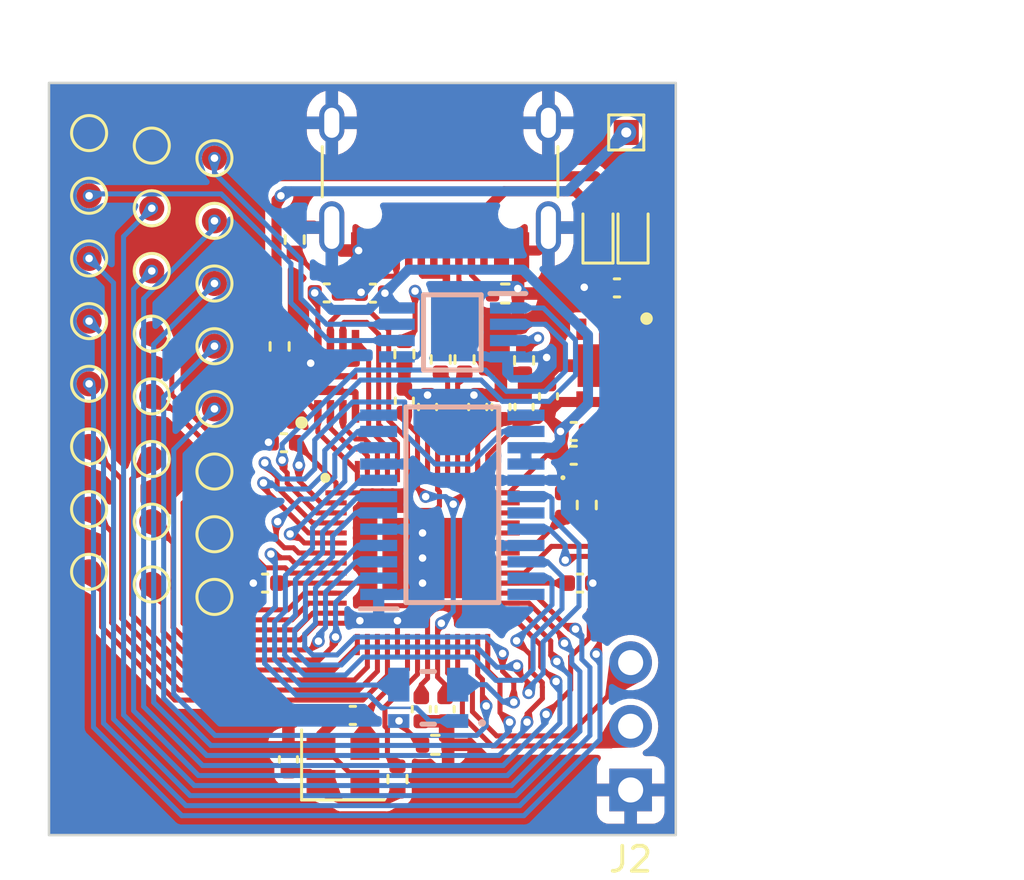
<source format=kicad_pcb>
(kicad_pcb (version 20221018) (generator pcbnew)
  (layers (0 "F.Cu" signal) (31 "B.Cu" signal) (34 "B.Paste" user) (35 "F.Paste" user) (36 "B.SilkS" user "B.Silkscreen") (37 "F.SilkS" user "F.Silkscreen") (38 "B.Mask" user) (39 "F.Mask" user) (44 "Edge.Cuts" user))
  (net 0 "")
  (net 1 "XIN")
  (net 2 "GND")
  (net 3 "Net-(C2-Pad1)")
  (net 4 "Net-(D1-K)")
  (net 5 "+3V3")
  (net 6 "+1V1")
  (net 7 "VBUS")
  (net 8 "3DS_TP32_5V")
  (net 9 "QSPI_SS")
  (net 10 "QSPI_SD1")
  (net 11 "QSPI_SD2")
  (net 12 "QSPI_SD0")
  (net 13 "QSPI_SCLK")
  (net 14 "QSPI_SD3")
  (net 16 "3DS_TP216_Y+")
  (net 17 "3DS_TP214_Y-")
  (net 18 "Net-(IC3-W2)")
  (net 19 "Net-(IC3-B4)")
  (net 20 "Net-(IC3-A4)")
  (net 21 "Net-(IC3-W4)")
  (net 22 "POTS_SHDN")
  (net 23 "SPI_CS")
  (net 24 "SPI_TX")
  (net 26 "SPI_SCK")
  (net 28 "3DS_TP215_X+")
  (net 29 "3DS_TP213_X-")
  (net 31 "I2C_SDA")
  (net 32 "I2C_SCL")
  (net 33 "Net-(IC4-FS1)")
  (net 34 "Net-(IC4-FS0)")
  (net 35 "3DS_TP69_H")
  (net 36 "3DS_TP69_V")
  (net 38 "RELAY_A")
  (net 39 "3DS_TP88_Y")
  (net 40 "3DS_TP92_B")
  (net 41 "3DS_TP89_A")
  (net 42 "3DS_TP86_X")
  (net 43 "3DS_TP83_L")
  (net 44 "3DS_TP82_R")
  (net 45 "3DS_TP81_SELECT")
  (net 46 "3DS_TP80_START")
  (net 47 "3DS_TP55_HOME")
  (net 48 "XOUT")
  (net 49 "Net-(IC6-SWCLK)")
  (net 50 "Net-(IC6-SWDIO)")
  (net 52 "3DS_TP52_POWER")
  (net 53 "3DS_TP58_WIFI")
  (net 54 "3DS_TP85_UP")
  (net 55 "3DS_TP90_RIGHT")
  (net 56 "3DS_TP91_DOWN")
  (net 57 "3DS_TP87_LEFT")
  (net 58 "3DS_TP255_IRDA")
  (net 65 "/USB_D-")
  (net 66 "/USB_D+")
  (net 67 "Net-(J1-CC1)")
  (net 68 "D+")
  (net 69 "D-")
  (net 71 "Net-(J1-CC2)")
  (net 73 "Net-(K1-K)")
  (net 74 "Net-(R2-Pad1)")
  (net 75 "Net-(D3-K)")
  (net 76 "Net-(D3-A)")
  (footprint "TestPoint:TestPoint_Pad_D1.0mm" (layer "F.Cu") (at 141.3 54.7)
    (fp_text reference "TP21" hide)
    (fp_text value "TestPoint")
  )
  (footprint "Capacitor_SMD:C_0402_1005Metric" (layer "F.Cu") (at 151.375 59.875 -90)
    (fp_text reference "C10" hide)
    (fp_text value "100n")
  )
  (footprint "LP38690SD-3.3_NOPB:SON95P300X300X80-7N" (layer "F.Cu") (at 159.385 58.475 -90)
    (fp_text reference "IC5" hide)
    (fp_text value "LP38690SD-3.3_NOPB" hide)
  )
  (footprint "Diode_SMD:D_SOD-523" (layer "F.Cu") (at 159.0975 53.125 90)
    (fp_text reference "D1" hide)
    (fp_text value "D_Schottky")
  )
  (footprint "Resistor_SMD:R_0402_1005Metric" (layer "F.Cu") (at 146.4 57.71 -90)
    (fp_text reference "R2" hide)
    (fp_text value "1k")
  )
  (footprint "TestPoint:TestPoint_Pad_D1.0mm" (layer "F.Cu") (at 141.3 59.7)
    (fp_text reference "TP11" hide)
    (fp_text value "TestPoint")
  )
  (footprint "W25Q16JVUXIQ:SON50P300X200X60-9N" (layer "F.Cu") (at 148.675 58.9 90)
    (fp_text reference "IC1" hide)
    (fp_text value "W25Q16JVUXIQ" hide)
  )
  (footprint "LED_SMD:LED_0402_1005Metric" (layer "F.Cu") (at 157.7 64.035 -90)
    (fp_text reference "D3" hide)
    (fp_text value "LED")
  )
  (footprint "Capacitor_SMD:C_0402_1005Metric" (layer "F.Cu") (at 152.05 72.18 -90)
    (fp_text reference "C11" hide)
    (fp_text value "100n")
  )
  (footprint "Crystal:Crystal_SMD_2520-4Pin_2.5x2.0mm" (layer "F.Cu") (at 148.925 74.4)
    (fp_text reference "Y1" hide)
    (fp_text value "Crystal_GND24")
  )
  (footprint "Capacitor_SMD:C_0402_1005Metric" (layer "F.Cu") (at 153 72.18 -90)
    (fp_text reference "C12" hide)
    (fp_text value "100n")
  )
  (footprint "TestPoint:TestPoint_Pad_1.0x1.0mm" (layer "F.Cu") (at 160.225 49.175)
    (fp_text reference "TP1" hide)
    (fp_text value "TestPoint" hide)
  )
  (footprint "TestPoint:TestPoint_Pad_D1.0mm" (layer "F.Cu") (at 141.3 52.2)
    (fp_text reference "TP22" hide)
    (fp_text value "TestPoint")
  )
  (footprint "Capacitor_SMD:C_0402_1005Metric" (layer "F.Cu") (at 158.13 62.05)
    (fp_text reference "C17" hide)
    (fp_text value "100n")
  )
  (footprint "TestPoint:TestPoint_Pad_D1.0mm" (layer "F.Cu") (at 141.3 49.7)
    (fp_text reference "TP3" hide)
    (fp_text value "TestPoint")
  )
  (footprint "Connector_USB:USB_C_Receptacle_HRO_TYPE-C-31-M-12" (layer "F.Cu") (at 152.8 49.84 180)
    (fp_text reference "J1" hide)
    (fp_text value "USB_C_Receptacle")
  )
  (footprint "TestPoint:TestPoint_Pad_D1.0mm" (layer "F.Cu") (at 143.8 65.2)
    (fp_text reference "TP13" hide)
    (fp_text value "TestPoint")
  )
  (footprint "Capacitor_SMD:C_0402_1005Metric" (layer "F.Cu") (at 145.82 67.15)
    (fp_text reference "C9" hide)
    (fp_text value "100n")
  )
  (footprint "Resistor_SMD:R_0402_1005Metric" (layer "F.Cu") (at 151.375 58.015 -90)
    (fp_text reference "R8" hide)
    (fp_text value "30k")
  )
  (footprint "Capacitor_SMD:C_0402_1005Metric" (layer "F.Cu") (at 158.38 67.15)
    (fp_text reference "C18" hide)
    (fp_text value "100n")
  )
  (footprint "Capacitor_SMD:C_0402_1005Metric" (layer "F.Cu") (at 159.855 55.375 180)
    (fp_text reference "C3" hide)
    (fp_text value "1u")
  )
  (footprint "Resistor_SMD:R_0402_1005Metric" (layer "F.Cu") (at 156.15 58.265 90)
    (fp_text reference "R6" hide)
    (fp_text value "30k")
  )
  (footprint "Resistor_SMD:R_0402_1005Metric" (layer "F.Cu") (at 147 53.45 90)
    (fp_text reference "R4" hide)
    (fp_text value "5.1k")
  )
  (footprint "TestPoint:TestPoint_Pad_D1.0mm" (layer "F.Cu") (at 138.8 61.7)
    (fp_text reference "TP16" hide)
    (fp_text value "TestPoint")
  )
  (footprint "TestPoint:TestPoint_Pad_D1.0mm" (layer "F.Cu") (at 138.8 59.2)
    (fp_text reference "TP25" hide)
    (fp_text value "TestPoint")
  )
  (footprint "Resistor_SMD:R_0402_1005Metric" (layer "F.Cu") (at 152.825 58.23 90)
    (fp_text reference "R9" hide)
    (fp_text value "27")
  )
  (footprint "TestPoint:TestPoint_Pad_D1.0mm" (layer "F.Cu") (at 143.8 52.7)
    (fp_text reference "TP6" hide)
    (fp_text value "TestPoint")
  )
  (footprint "TestPoint:TestPoint_Pad_D1.0mm" (layer "F.Cu") (at 138.8 56.7)
    (fp_text reference "TP24" hide)
    (fp_text value "TestPoint")
  )
  (footprint "TestPoint:TestPoint_Pad_D1.0mm" (layer "F.Cu") (at 141.3 67.2)
    (fp_text reference "TP8" hide)
    (fp_text value "TestPoint")
  )
  (footprint "Resistor_SMD:R_0402_1005Metric" (layer "F.Cu") (at 155.4 55.6)
    (fp_text reference "R3" hide)
    (fp_text value "5.1k")
  )
  (footprint "TestPoint:TestPoint_Pad_D1.0mm" (layer "F.Cu") (at 141.3 64.7)
    (fp_text reference "TP9" hide)
    (fp_text value "TestPoint")
  )
  (footprint "Capacitor_SMD:C_0402_1005Metric" (layer "F.Cu") (at 146.75 74.18 90)
    (fp_text reference "C2" hide)
    (fp_text value "10p")
  )
  (footprint "Capacitor_SMD:C_0402_1005Metric" (layer "F.Cu") (at 150.12 55.585 180)
    (fp_text reference "C6" hide)
    (fp_text value "100n")
  )
  (footprint "TestPoint:TestPoint_Pad_D1.0mm" (layer "F.Cu") (at 143.8 50.2)
    (fp_text reference "TP5" hide)
    (fp_text value "TestPoint")
  )
  (footprint "TestPoint:TestPoint_Pad_D1.0mm" (layer "F.Cu") (at 138.8 64.2)
    (fp_text reference "TP17" hide)
    (fp_text value "TestPoint")
  )
  (footprint "Diode_SMD:D_SOD-523" (layer "F.Cu") (at 160.4975 53.125 90)
    (fp_text reference "D2" hide)
    (fp_text value "D_Schottky")
  )
  (footprint "Capacitor_SMD:C_0402_1005Metric" (layer "F.Cu") (at 154.3 60.125 -90)
    (fp_text reference "C14" hide)
    (fp_text value "1u")
  )
  (footprint "TestPoint:TestPoint_Pad_D1.0mm" (layer "F.Cu") (at 141.3 57.2)
    (fp_text reference "TP10" hide)
    (fp_text value "TestPoint")
  )
  (footprint "Resistor_SMD:R_0402_1005Metric" (layer "F.Cu") (at 153.775 58.23 90)
    (fp_text reference "R10" hide)
    (fp_text value "27")
  )
  (footprint "Capacitor_SMD:C_0402_1005Metric" (layer "F.Cu") (at 155.225 60.125 -90)
    (fp_text reference "C15" hide)
    (fp_text value "1u")
  )
  (footprint "Resistor_SMD:R_0402_1005Metric" (layer "F.Cu") (at 158.65 64.035 -90)
    (fp_text reference "R11" hide)
    (fp_text value "91")
  )
  (footprint "Capacitor_SMD:C_0402_1005Metric" (layer "F.Cu") (at 156.15 60.125 -90)
    (fp_text reference "C16" hide)
    (fp_text value "100n")
  )
  (footprint "Connector_PinSocket_2.54mm:PinSocket_1x03_P2.54mm_Vertical" (layer "F.Cu") (at 160.4 75.4 180)
    (fp_text reference "J2")
    (fp_text value "Conn_01x03_Socket")
  )
  (footprint "Capacitor_SMD:C_0402_1005Metric" (layer "F.Cu") (at 158.13 61.1)
    (fp_text reference "C7" hide)
    (fp_text value "100n")
  )
  (footprint "TestPoint:TestPoint_Pad_D1.0mm" (layer "F.Cu") (at 143.8 67.7)
    (fp_text reference "TP12" hide)
    (fp_text value "TestPoint")
  )
  (footprint "Capacitor_SMD:C_0402_1005Metric" (layer "F.Cu") (at 148.28 55.575)
    (fp_text reference "C4" hide)
    (fp_text value "100n")
  )
  (footprint "TestPoint:TestPoint_Pad_D1.0mm" (layer "F.Cu") (at 143.8 62.7)
    (fp_text reference "TP14" hide)
    (fp_text value "TestPoint")
  )
  (footprint "Capacitor_SMD:C_0402_1005Metric" (layer "F.Cu") (at 146.57 61.55 180)
    (fp_text reference "C8" hide)
    (fp_text value "100n")
  )
  (footprint "Resistor_SMD:R_0402_1005Metric" (layer "F.Cu") (at 151.1 74.965 -90)
    (fp_text reference "R5" hide)
    (fp_text value "1k")
  )
  (footprint "TestPoint:TestPoint_Pad_D1.0mm" (layer "F.Cu") (at 143.8 60.2)
    (fp_text reference "TP19" hide)
    (fp_text value "TestPoint")
  )
  (footprint "TestPoint:TestPoint_Pad_D1.0mm" (layer "F.Cu") (at 141.3 62.2)
    (fp_text reference "TP15" hide)
    (fp_text value "TestPoint")
  )
  (footprint "TestPoint:TestPoint_Pad_D1.0mm" (layer "F.Cu") (at 138.8 66.7)
    (fp_text reference "TP18" hide)
    (fp_text value "TestPoint")
  )
  (footprint "Capacitor_SMD:C_0402_1005Metric" (layer "F.Cu") (at 149.32 72.425 180)
    (fp_text reference "C1" hide)
    (fp_text value "10p")
  )
  (footprint "TestPoint:TestPoint_Pad_D1.0mm" (layer "F.Cu") (at 138.8 51.7)
    (fp_text reference "TP4" hide)
    (fp_text value "TestPoint")
  )
  (footprint "TestPoint:TestPoint_Pad_D1.0mm" (layer "F.Cu") (at 143.8 57.7)
    (fp_text reference "TP20" hide)
    (fp_text value "TestPoint")
  )
  (footprint "TestPoint:TestPoint_Pad_D1.0mm" (layer "F.Cu") (at 138.8 49.2)
    (fp_text reference "TP26" hide)
    (fp_text value "TestPoint")
  )
  (footprint "Resistor_SMD:R_0402_1005Metric" (layer "F.Cu") (at 152.61 73.6)
    (fp_text reference "R7" hide)
    (fp_text value "430")
  )
  (footprint "Capacitor_SMD:C_0402_1005Metric" (layer "F.Cu") (at 152.3 60.125 -90)
    (fp_text reference "C13" hide)
    (fp_text value "100n")
  )
  (footprint "RP2040:QFN40P700X700X90-57N-D" (layer "F.Cu") (at 152.1 66.15)
    (fp_text reference "IC6" hide)
    (fp_text value "RP2040" hide)
  )
  (footprint "TestPoint:TestPoint_Pad_D1.0mm" (layer "F.Cu") (at 143.8 55.2)
    (fp_text reference "TP7" hide)
    (fp_text value "TestPoint")
  )
  (footprint "TestPoint:TestPoint_Pad_D1.0mm" (layer "F.Cu") (at 138.8 54.2)
    (fp_text reference "TP23" hide)
    (fp_text value "TestPoint")
  )
  (footprint "Capacitor_SMD:C_0402_1005Metric" (layer "F.Cu") (at 157.1225 59.7 90)
    (fp_text reference "C5" hide)
    (fp_text value "1u")
  )
  (footprint "AD8403ARUZ1-REEL:SOP65P640X120-24N" (layer "B.Cu") (at 153.288 64.025)
    (fp_text reference "IC3" hide)
    (fp_text value "AD8403ARUZ1-REEL" hide)
  )
  (footprint "G3VM-31WR_TR05_:G3VM31WRTR05" (layer "B.Cu") (at 152.325 71.725 180)
    (fp_text reference "K1" hide)
    (fp_text value "G3VM-31WR_TR05_" hide)
  )
  (footprint "DS4432U+:SOP65P490X110-8N" (layer "B.Cu") (at 153.288 57.15 180)
    (fp_text reference "IC4" hide)
    (fp_text value "DS4432U+" hide)
  )
  (gr_rect (start 137.2 47.2) (end 162.2 77.2) (stroke (width 0.1)) (fill none) (layer "Edge.Cuts"))
  (segment (start 151.5 69.6) (end 151.5 70.15) (width 0.2) (layer "F.Cu") (net 1))
  (segment (start 149.8 72.425) (end 149.8 73.7) (width 0.2) (layer "F.Cu") (net 1))
  (segment (start 149.8 72.425) (end 149.8 72.297055) (width 0.2) (layer "F.Cu") (net 1))
  (segment (start 151.5 70.597056) (end 151.5 70.15) (width 0.2) (layer "F.Cu") (net 1))
  (segment (start 149.8 72.297055) (end 151.5 70.597056) (width 0.2) (layer "F.Cu") (net 1))
  (segment (start 149.63 55.575) (end 149.64 55.585) (width 0.4) (layer "F.Cu") (net 2))
  (segment (start 149.8 75.1) (end 149.575 75.1) (width 0.2) (layer "F.Cu") (net 2))
  (segment (start 156.715 53.885) (end 157.12 53.48) (width 0.4) (layer "F.Cu") (net 2))
  (segment (start 156.15 59.645) (end 156.15 58.775) (width 0.4) (layer "F.Cu") (net 2))
  (segment (start 156.15 59.645) (end 155.225 59.645) (width 0.4) (layer "F.Cu") (net 2))
  (segment (start 156.05 53.885) (end 156.05 53.15) (width 0.4) (layer "F.Cu") (net 2))
  (segment (start 148.84 72.425) (end 147.225 72.425) (width 0.4) (layer "F.Cu") (net 2))
  (segment (start 154.15 59.65) (end 154.305 59.645) (width 0.4) (layer "F.Cu") (net 2))
  (segment (start 156.15 59.645) (end 156.575 59.22) (width 0.4) (layer "F.Cu") (net 2))
  (segment (start 149.55 53.885) (end 148.935 53.885) (width 0.4) (layer "F.Cu") (net 2))
  (segment (start 147.03 52.97) (end 147 52.94) (width 0.4) (layer "F.Cu") (net 2))
  (segment (start 148.48 53.43) (end 148.48 52.97) (width 0.4) (layer "F.Cu") (net 2))
  (segment (start 157.1225 59.22) (end 157.1225 58.8725) (width 0.4) (layer "F.Cu") (net 2))
  (segment (start 148.76 55.575) (end 149.63 55.575) (width 0.4) (layer "F.Cu") (net 2))
  (segment (start 149.4 59.525) (end 149.425 59.55) (width 0.25) (layer "F.Cu") (net 2))
  (segment (start 147.75 59.525) (end 149.4 59.525) (width 0.25) (layer "F.Cu") (net 2))
  (segment (start 148.84 72.425) (end 148.825 72.425) (width 0.4) (layer "F.Cu") (net 2))
  (segment (start 148.635 52.97) (end 148.48 52.97) (width 0.4) (layer "F.Cu") (net 2))
  (segment (start 157.15 52.94) (end 157.12 52.97) (width 0.4) (layer "F.Cu") (net 2))
  (segment (start 149.425 59.55) (end 149.425 60.3) (width 0.25) (layer "F.Cu") (net 2))
  (segment (start 154.305 59.645) (end 155.225 59.645) (width 0.4) (layer "F.Cu") (net 2))
  (segment (start 148.935 53.885) (end 148.48 53.43) (width 0.4) (layer "F.Cu") (net 2))
  (segment (start 152.3 59.65) (end 151.625 59.645) (width 0.4) (layer "F.Cu") (net 2))
  (segment (start 158.65 64.545) (end 159.145 64.545) (width 0.4) (layer "F.Cu") (net 2))
  (segment (start 151.1 68.65) (end 151.1 69.6) (width 0.2) (layer "F.Cu") (net 2))
  (segment (start 148.825 72.425) (end 148.05 73.2) (width 0.4) (layer "F.Cu") (net 2))
  (segment (start 147.525 59.3) (end 147.75 59.525) (width 0.25) (layer "F.Cu") (net 2))
  (segment (start 151.625 59.645) (end 151.375 59.395) (width 0.4) (layer "F.Cu") (net 2))
  (segment (start 157.47 58.525) (end 159.335 58.525) (width 0.4) (layer "F.Cu") (net 2))
  (segment (start 159.335 58.525) (end 159.385 58.475) (width 0.4) (layer "F.Cu") (net 2))
  (segment (start 145.937296 61.55) (end 145.9 61.55) (width 0.4) (layer "F.Cu") (net 2))
  (segment (start 148.05 73.2) (end 148.05 73.7) (width 0.4) (layer "F.Cu") (net 2))
  (segment (start 157.1225 58.8725) (end 157.47 58.525) (width 0.4) (layer "F.Cu") (net 2))
  (segment (start 156.05 53.885) (end 156.715 53.885) (width 0.4) (layer "F.Cu") (net 2))
  (segment (start 156.595 59.22) (end 156.15 58.775) (width 0.4) (layer "F.Cu") (net 2))
  (segment (start 157.1225 59.22) (end 156.595 59.22) (width 0.4) (layer "F.Cu") (net 2))
  (segment (start 145.955653 61.531643) (end 145.97401 61.55) (width 0.4) (layer "F.Cu") (net 2))
  (segment (start 159.385 55.385) (end 159.375 55.375) (width 0.4) (layer "F.Cu") (net 2))
  (segment (start 159.385 58.475) (end 159.385 55.385) (width 0.4) (layer "F.Cu") (net 2))
  (segment (start 151.375 58.525) (end 151.375 59.395) (width 0.4) (layer "F.Cu") (net 2))
  (segment (start 145.97401 61.55) (end 146.09 61.55) (width 0.4) (layer "F.Cu") (net 2))
  (segment (start 152.05 72.66) (end 153 72.66) (width 0.4) (layer "F.Cu") (net 2))
  (segment (start 157.12 53.48) (end 157.12 52.97) (width 0.4) (layer "F.Cu") (net 2))
  (segment (start 148.48 52.97) (end 147.03 52.97) (width 0.4) (layer "F.Cu") (net 2))
  (segment (start 154.295 59.645) (end 154.15 59.65) (width 0.4) (layer "F.Cu") (net 2))
  (segment (start 147.525 58.491917) (end 147.525 59.3) (width 0.25) (layer "F.Cu") (net 2))
  (segment (start 147.638608 58.378309) (end 147.525 58.491917) (width 0.25) (layer "F.Cu") (net 2))
  (segment (start 146.75 73.7) (end 148.05 73.7) (width 0.4) (layer "F.Cu") (net 2))
  (segment (start 156.575 59.22) (end 157.1225 59.22) (width 0.4) (layer "F.Cu") (net 2))
  (segment (start 152.3 59.645) (end 152.3 59.65) (width 0.4) (layer "F.Cu") (net 2))
  (segment (start 149.575 75.1) (end 148.175 73.7) (width 0.2) (layer "F.Cu") (net 2))
  (segment (start 154.3 59.645) (end 154.295 59.645) (width 0.4) (layer "F.Cu") (net 2))
  (segment (start 145.955653 61.531643) (end 145.937296 61.55) (width 0.4) (layer "F.Cu") (net 2))
  (via (at 151.1 68.65) (size 0.5) (drill 0.3) (layers "F.Cu" "B.Cu") (net 2))
  (via (at 152.1 67.15) (size 0.5) (drill 0.3) (layers "F.Cu" "B.Cu") (net 2))
  (via (at 152.1 66.15) (size 0.5) (drill 0.3) (layers "F.Cu" "B.Cu") (net 2))
  (via (at 158.890576 67.15) (size 0.5) (drill 0.3) (layers "F.Cu" "B.Cu") (net 2))
  (via (at 154.15 59.65) (size 0.5) (drill 0.3) (layers "F.Cu" "B.Cu") (net 2))
  (via (at 152.1 65.15) (size 0.5) (drill 0.3) (layers "F.Cu" "B.Cu") (net 2))
  (via (at 149.55 53.885) (size 0.5) (drill 0.3) (layers "F.Cu" "B.Cu") (net 2))
  (via (at 145.35 67.15) (size 0.5) (drill 0.3) (layers "F.Cu" "B.Cu") (net 2))
  (via (at 149.6 68.65) (size 0.5) (drill 0.3) (layers "F.Cu" "B.Cu") (net 2))
  (via (at 152.3 59.65) (size 0.5) (drill 0.3) (layers "F.Cu" "B.Cu") (net 2))
  (via (at 155.9 55.4) (size 0.5) (drill 0.3) (layers "F.Cu" "B.Cu") (net 2))
  (via (at 147.638608 58.378309) (size 0.5) (drill 0.3) (layers "F.Cu" "B.Cu") (net 2))
  (via (at 158.55 55.35) (size 0.5) (drill 0.3) (layers "F.Cu" "B.Cu") (net 2))
  (via (at 149.65 55.55) (size 0.5) (drill 0.3) (layers "F.Cu" "B.Cu") (net 2))
  (via (at 157.05 58.15) (size 0.5) (drill 0.3) (layers "F.Cu" "B.Cu") (net 2))
  (via (at 145.955653 61.531643) (size 0.5) (drill 0.3) (layers "F.Cu" "B.Cu") (net 2))
  (segment (start 149.65 55.55) (end 149.65 53.985) (width 0.4) (layer "B.Cu") (net 2))
  (segment (start 156.226 65.65) (end 155.3 65.65) (width 0.2) (layer "B.Cu") (net 2))
  (segment (start 150.35 65) (end 151.95 65) (width 0.2) (layer "B.Cu") (net 2))
  (segment (start 149.65 53.985) (end 149.55 53.885) (width 0.4) (layer "B.Cu") (net 2))
  (segment (start 151.95 65) (end 152.1 65.15) (width 0.2) (layer "B.Cu") (net 2))
  (segment (start 150.35 62.4) (end 151.55 62.4) (width 0.2) (layer "B.Cu") (net 2))
  (segment (start 146.75 74.66) (end 147.61 74.66) (width 0.2) (layer "F.Cu") (net 3))
  (segment (start 148.85 75.9) (end 150.675 75.9) (width 0.2) (layer "F.Cu") (net 3))
  (segment (start 150.675 75.9) (end 151.1 75.475) (width 0.2) (layer "F.Cu") (net 3))
  (segment (start 148.05 75.1) (end 148.85 75.9) (width 0.2) (layer "F.Cu") (net 3))
  (segment (start 147.61 74.66) (end 148.05 75.1) (width 0.2) (layer "F.Cu") (net 3))
  (segment (start 160.9225 59.6875) (end 160.9225 57.2625) (width 0.4) (layer "F.Cu") (net 4))
  (segment (start 160.685 57.025) (end 160.335 57.025) (width 0.4) (layer "F.Cu") (net 4))
  (segment (start 160.335 55.375) (end 160.4975 55.2125) (width 0.4) (layer "F.Cu") (net 4))
  (segment (start 160.335 55.375) (end 160.335 57.025) (width 0.4) (layer "F.Cu") (net 4))
  (segment (start 160.335 59.925) (end 160.685 59.925) (width 0.4) (layer "F.Cu") (net 4))
  (segment (start 160.9225 57.2625) (end 160.685 57.025) (width 0.4) (layer "F.Cu") (net 4))
  (segment (start 159.0975 53.825) (end 160.4975 53.825) (width 0.4) (layer "F.Cu") (net 4))
  (segment (start 160.4975 55.2125) (end 160.4975 53.825) (width 0.4) (layer "F.Cu") (net 4))
  (segment (start 160.685 59.925) (end 160.9225 59.6875) (width 0.4) (layer "F.Cu") (net 4))
  (segment (start 152.3 69.6) (end 152.3 70.95) (width 0.2) (layer "F.Cu") (net 5))
  (segment (start 154.3 61.537254) (end 154.3 62.7) (width 0.2) (layer "F.Cu") (net 5))
  (segment (start 155.55 63.55) (end 157.05 62.05) (width 0.2) (layer "F.Cu") (net 5))
  (segment (start 150.2 68.05) (end 150.2 66.6) (width 0.2) (layer "F.Cu") (net 5))
  (segment (start 148.65 67.15) (end 146.3 67.15) (width 0.2) (layer "F.Cu") (net 5))
  (segment (start 152.3 60.605) (end 152.3 61.25) (width 0.2) (layer "F.Cu") (net 5))
  (segment (start 155.225 60.612254) (end 154.3 61.537254) (width 0.2) (layer "F.Cu") (net 5))
  (segment (start 148.65 67.15) (end 149.775 67.15) (width 0.2) (layer "F.Cu") (net 5))
  (segment (start 157.3775 59.925) (end 157.1225 60.18) (width 0.4) (layer "F.Cu") (net 5))
  (segment (start 154 68.05) (end 154 65.775) (width 0.2) (layer "F.Cu") (net 5))
  (segment (start 152.3 69.6) (end 152.3 68.475) (width 0.2) (layer "F.Cu") (net 5))
  (segment (start 152.3 61.25) (end 152.3 62.7) (width 0.2) (layer "F.Cu") (net 5))
  (segment (start 152.7 61.65) (end 152.7 62.7) (width 0.2) (layer "F.Cu") (net 5))
  (segment (start 149.775 67.15) (end 150.2 66.725) (width 0.2) (layer "F.Cu") (net 5))
  (segment (start 154 64) (end 154.45 63.55) (width 0.2) (layer "F.Cu") (net 5))
  (segment (start 152.3 70.95) (end 152.05 71.2) (width 0.2) (layer "F.Cu") (net 5))
  (segment (start 153.2 68.05) (end 150.2 68.05) (width 0.2) (layer "F.Cu") (net 5))
  (segment (start 150.2 63.975) (end 150.2 64.25) (width 0.2) (layer "F.Cu") (net 5))
  (segment (start 152.05 71.2) (end 152.05 71.7) (width 0.2) (layer "F.Cu") (net 5))
  (segment (start 158.435 59.925) (end 157.3775 59.925) (width 0.4) (layer "F.Cu") (net 5))
  (segment (start 154.7 63.55) (end 155.55 63.55) (width 0.2) (layer "F.Cu") (net 5))
  (segment (start 153.2 68.05) (end 154 68.05) (width 0.2) (layer "F.Cu") (net 5))
  (segment (start 147.925 55.7) (end 147.8 55.575) (width 0.2) (layer "F.Cu") (net 5))
  (segment (start 157.1225 60.5725) (end 157.65 61.1) (width 0.4) (layer "F.Cu") (net 5))
  (segment (start 147.925 57.5) (end 147.925 55.7) (width 0.2) (layer "F.Cu") (net 5))
  (segment (start 156.15 60.605) (end 156.145 60.605) (width 0.2) (layer "F.Cu") (net 5))
  (segment (start 154.3 62.7) (end 154.3 63.15) (width 0.2) (layer "F.Cu") (net 5))
  (segment (start 154.3 63.15) (end 154.7 63.55) (width 0.2) (layer "F.Cu") (net 5))
  (segment (start 154.45 67.15) (end 154 66.7) (width 0.2) (layer "F.Cu") (net 5))
  (segment (start 152.3 61.25) (end 152.7 61.65) (width 0.2) (layer "F.Cu") (net 5))
  (segment (start 149.775 63.55) (end 150.2 63.975) (width 0.2) (layer "F.Cu") (net 5))
  (segment (start 156.145 60.605) (end 154.7 62.05) (width 0.2) (layer "F.Cu") (net 5))
  (segment (start 154 66.7) (end 154 65.775) (width 0.2) (layer "F.Cu") (net 5))
  (segment (start 147.05 61.55) (end 148.65 63.15) (width 0.2) (layer "F.Cu") (net 5))
  (segment (start 154.45 63.55) (end 154.7 63.55) (width 0.2) (layer "F.Cu") (net 5))
  (segment (start 154.7 62.05) (end 154.7 62.7) (width 0.2) (layer "F.Cu") (net 5))
  (segment (start 148.65 63.15) (end 148.65 63.55) (width 0.2) (layer "F.Cu") (net 5))
  (segment (start 152.725 68.05) (end 153.2 68.05) (width 0.2) (layer "F.Cu") (net 5))
  (segment (start 152.773944 64.076056) (end 152.773944 63.498944) (width 0.2) (layer "F.Cu") (net 5))
  (segment (start 157.65 61.1) (end 157.65 62.05) (width 0.4) (layer "F.Cu") (net 5))
  (segment (start 157.65 61.1) (end 157.6 61.1) (width 0.2) (layer "F.Cu") (net 5))
  (segment (start 152.3 68.475) (end 152.725 68.05) (width 0.2) (layer "F.Cu") (net 5))
  (segment (start 155.225 60.605) (end 155.225 60.612254) (width 0.2) (layer "F.Cu") (net 5))
  (segment (start 152.773944 63.498944) (end 152.7 63.425) (width 0.2) (layer "F.Cu") (net 5))
  (segment (start 150.2 66.6) (end 150.2 64.25) (width 0.2) (layer "F.Cu") (net 5))
  (segment (start 152.6 64.25) (end 152.773944 64.076056) (width 0.2) (layer "F.Cu") (net 5))
  (segment (start 157.1225 60.18) (end 156.6975 60.605) (width 0.4) (layer "F.Cu") (net 5))
  (segment (start 154.7 62.7) (end 154.7 63.55) (width 0.2) (layer "F.Cu") (net 5))
  (segment (start 156.6975 60.605) (end 156.15 60.605) (width 0.4) (layer "F.Cu") (net 5))
  (segment (start 152.7 63.425) (end 152.7 62.7) (width 0.2) (layer "F.Cu") (net 5))
  (segment (start 158.435 59.925) (end 159.385 59.925) (width 0.4) (layer "F.Cu") (net 5))
  (segment (start 155.55 67.15) (end 154.45 67.15) (width 0.2) (layer "F.Cu") (net 5))
  (segment (start 157.05 62.05) (end 157.65 62.05) (width 0.2) (layer "F.Cu") (net 5))
  (segment (start 157.1225 60.18) (end 157.1225 60.5725) (width 0.4) (layer "F.Cu") (net 5))
  (segment (start 154 65.775) (end 154 64) (width 0.2) (layer "F.Cu") (net 5))
  (segment (start 157.9 67.15) (end 155.55 67.15) (width 0.2) (layer "F.Cu") (net 5))
  (segment (start 150.2 64.25) (end 152.6 64.25) (width 0.2) (layer "F.Cu") (net 5))
  (segment (start 156.5 60.605) (end 155.225 60.605) (width 0.4) (layer "F.Cu") (net 5))
  (segment (start 148.65 63.55) (end 149.775 63.55) (width 0.2) (layer "F.Cu") (net 5))
  (segment (start 150.2 66.725) (end 150.2 66.6) (width 0.2) (layer "F.Cu") (net 5))
  (via (at 150.6 55.585) (size 0.5) (drill 0.3) (layers "F.Cu" "B.Cu") (net 5))
  (via (at 157.6 61.1) (size 0.5) (drill 0.3) (layers "F.Cu" "B.Cu") (net 5))
  (via (at 147.8 55.575) (size 0.5) (drill 0.3) (layers "F.Cu" "B.Cu") (net 5))
  (segment (start 158.7 57.25) (end 158.7 60) (width 0.4) (layer "B.Cu") (net 5))
  (segment (start 150.6 55.585) (end 149.935 56.25) (width 0.4) (layer "B.Cu") (net 5))
  (segment (start 148.475 56.25) (end 147.8 55.575) (width 0.4) (layer "B.Cu") (net 5))
  (segment (start 158.7 60) (end 157.6 61.1) (width 0.4) (layer "B.Cu") (net 5))
  (segment (start 149.935 56.25) (end 148.475 56.25) (width 0.4) (layer "B.Cu") (net 5))
  (segment (start 156.226 61.75) (end 157.3385 61.75) (width 0.4) (layer "B.Cu") (net 5))
  (segment (start 150.6 55.699) (end 151.076 56.175) (width 0.4) (layer "B.Cu") (net 5))
  (segment (start 156.1 54.65) (end 158.7 57.25) (width 0.4) (layer "B.Cu") (net 5))
  (segment (start 150.6 55.585) (end 151.535 54.65) (width 0.4) (layer "B.Cu") (net 5))
  (segment (start 151.535 54.65) (end 156.1 54.65) (width 0.4) (layer "B.Cu") (net 5))
  (segment (start 156.226 61.75) (end 156.226 62.4) (width 0.4) (layer "B.Cu") (net 5))
  (segment (start 157.6 61.4885) (end 157.6 61.1) (width 0.4) (layer "B.Cu") (net 5))
  (segment (start 150.6 55.585) (end 150.6 55.699) (width 0.4) (layer "B.Cu") (net 5))
  (segment (start 157.3385 61.75) (end 157.6 61.4885) (width 0.4) (layer "B.Cu") (net 5))
  (segment (start 152.224444 63.7005) (end 151.9 63.376056) (width 0.2) (layer "F.Cu") (net 6))
  (segment (start 153.9 61.005) (end 153.9 62.7) (width 0.2) (layer "F.Cu") (net 6))
  (segment (start 153.9 63.425) (end 153.9 62.7) (width 0.2) (layer "F.Cu") (net 6))
  (segment (start 151.9 61.190686) (end 151.9 62.7) (width 0.2) (layer "F.Cu") (net 6))
  (segment (start 151.375 60.355) (end 151.375 60.665686) (width 0.2) (layer "F.Cu") (net 6))
  (segment (start 153 71.2) (end 153 71.7) (width 0.2) (layer "F.Cu") (net 6))
  (segment (start 152.7 70.9) (end 153 71.2) (width 0.2) (layer "F.Cu") (net 6))
  (segment (start 151.9 63.376056) (end 151.9 62.7) (width 0.2) (layer "F.Cu") (net 6))
  (segment (start 153.323944 64.001056) (end 153.9 63.425) (width 0.2) (layer "F.Cu") (net 6))
  (segment (start 154.3 60.605) (end 153.9 61.005) (width 0.2) (layer "F.Cu") (net 6))
  (segment (start 152.7 68.900942) (end 152.8495 68.751442) (width 0.2) (layer "F.Cu") (net 6))
  (segment (start 151.375 60.665686) (end 151.9 61.190686) (width 0.2) (layer "F.Cu") (net 6))
  (segment (start 152.7 69.6) (end 152.7 68.900942) (width 0.2) (layer "F.Cu") (net 6))
  (segment (start 152.7 69.6) (end 152.7 70.9) (width 0.2) (layer "F.Cu") (net 6))
  (via (at 153.323944 64.001056) (size 0.5) (drill 0.3) (layers "F.Cu" "B.Cu") (net 6))
  (via (at 152.8495 68.751442) (size 0.5) (drill 0.3) (layers "F.Cu" "B.Cu") (net 6))
  (via (at 152.224444 63.7005) (size 0.5) (drill 0.3) (layers "F.Cu" "B.Cu") (net 6))
  (segment (start 153.023388 63.7005) (end 153.323944 64.001056) (width 0.2) (layer "B.Cu") (net 6))
  (segment (start 153.323944 64.001056) (end 153.323944 68.276998) (width 0.2) (layer "B.Cu") (net 6))
  (segment (start 152.224444 63.7005) (end 153.023388 63.7005) (width 0.2) (layer "B.Cu") (net 6))
  (segment (start 153.323944 68.276998) (end 152.8495 68.751442) (width 0.2) (layer "B.Cu") (net 6))
  (segment (start 150.35 53.096016) (end 151.086016 52.36) (width 0.4) (layer "F.Cu") (net 7))
  (segment (start 150.35 53.885) (end 150.35 53.096016) (width 0.4) (layer "F.Cu") (net 7))
  (segment (start 151.086016 52.36) (end 154.513984 52.36) (width 0.4) (layer "F.Cu") (net 7))
  (segment (start 154.513984 52.36) (end 155.25 53.096016) (width 0.4) (layer "F.Cu") (net 7))
  (segment (start 158.1925 51.52) (end 159.0975 52.425) (width 0.4) (layer "F.Cu") (net 7))
  (segment (start 155.353984 51.52) (end 157.75 51.52) (width 0.4) (layer "F.Cu") (net 7))
  (segment (start 157.75 51.52) (end 158.1925 51.52) (width 0.4) (layer "F.Cu") (net 7))
  (segment (start 155.25 53.096016) (end 155.25 53.885) (width 0.4) (layer "F.Cu") (net 7))
  (segment (start 154.513984 52.36) (end 155.353984 51.52) (width 0.4) (layer "F.Cu") (net 7))
  (segment (start 160.4975 52.425) (end 158.9925 50.92) (width 0.4) (layer "F.Cu") (net 8))
  (segment (start 144.100001 49.200001) (end 141.799999 49.200001) (width 0.4) (layer "F.Cu") (net 8))
  (segment (start 158.9925 50.92) (end 145.82 50.92) (width 0.4) (layer "F.Cu") (net 8))
  (segment (start 141.799999 49.200001) (end 141.3 49.7) (width 0.4) (layer "F.Cu") (net 8))
  (segment (start 145.82 50.92) (end 144.100001 49.200001) (width 0.4) (layer "F.Cu") (net 8))
  (segment (start 147.925 60.3) (end 147.925 61.125) (width 0.2) (layer "F.Cu") (net 9))
  (segment (start 147.925 61.125) (end 149.5 62.7) (width 0.2) (layer "F.Cu") (net 9))
  (segment (start 146.4 58.828543) (end 147.871456 60.3) (width 0.2) (layer "F.Cu") (net 9))
  (segment (start 146.4 58.22) (end 146.4 58.828543) (width 0.2) (layer "F.Cu") (net 9))
  (segment (start 147.871456 60.3) (end 147.925 60.3) (width 0.2) (layer "F.Cu") (net 9))
  (segment (start 149.9 62.074996) (end 149.625004 61.8) (width 0.2) (layer "F.Cu") (net 10))
  (segment (start 149.9 62.7) (end 149.9 62.074996) (width 0.2) (layer "F.Cu") (net 10))
  (segment (start 148.425 60.965686) (end 148.425 60.3) (width 0.2) (layer "F.Cu") (net 10))
  (segment (start 149.259314 61.8) (end 148.425 60.965686) (width 0.2) (layer "F.Cu") (net 10))
  (segment (start 149.625004 61.8) (end 149.259314 61.8) (width 0.2) (layer "F.Cu") (net 10))
  (segment (start 149.790689 61.4) (end 149.425 61.4) (width 0.2) (layer "F.Cu") (net 11))
  (segment (start 149.425 61.4) (end 148.925 60.9) (width 0.2) (layer "F.Cu") (net 11))
  (segment (start 148.925 60.9) (end 148.925 60.3) (width 0.2) (layer "F.Cu") (net 11))
  (segment (start 150.3 61.90931) (end 149.790689 61.4) (width 0.2) (layer "F.Cu") (net 11))
  (segment (start 150.3 62.7) (end 150.3 61.90931) (width 0.2) (layer "F.Cu") (net 11))
  (segment (start 150.7 62.7) (end 150.7 61.743626) (width 0.2) (layer "F.Cu") (net 12))
  (segment (start 150.7 61.743626) (end 149.95 60.993626) (width 0.2) (layer "F.Cu") (net 12))
  (segment (start 149.95 60.993626) (end 149.95 58.025) (width 0.2) (layer "F.Cu") (net 12))
  (segment (start 149.95 58.025) (end 149.425 57.5) (width 0.2) (layer "F.Cu") (net 12))
  (segment (start 151.1 61.57794) (end 150.84853 61.32647) (width 0.2) (layer "F.Cu") (net 13))
  (segment (start 148.925 57.5) (end 148.925 56.8) (width 0.2) (layer "F.Cu") (net 13))
  (segment (start 150.35 60.82794) (end 150.84853 61.32647) (width 0.2) (layer "F.Cu") (net 13))
  (segment (start 150.35 57.225) (end 150.35 60.82794) (width 0.2) (layer "F.Cu") (net 13))
  (segment (start 148.925 56.8) (end 148.975 56.75) (width 0.2) (layer "F.Cu") (net 13))
  (segment (start 151.1 62.7) (end 151.1 61.57794) (width 0.2) (layer "F.Cu") (net 13))
  (segment (start 149.875 56.75) (end 150.35 57.225) (width 0.2) (layer "F.Cu") (net 13))
  (segment (start 150.84853 61.32647) (end 150.365 60.842939) (width 0.2) (layer "F.Cu") (net 13))
  (segment (start 148.975 56.75) (end 149.875 56.75) (width 0.2) (layer "F.Cu") (net 13))
  (segment (start 151.5 61.412254) (end 151.5 62.7) (width 0.2) (layer "F.Cu") (net 14))
  (segment (start 148.425 57.5) (end 148.425 56.734315) (width 0.2) (layer "F.Cu") (net 14))
  (segment (start 150.75 60.662254) (end 151.5 61.412254) (width 0.2) (layer "F.Cu") (net 14))
  (segment (start 148.809315 56.35) (end 150.040686 56.35) (width 0.2) (layer "F.Cu") (net 14))
  (segment (start 148.425 56.734315) (end 148.809315 56.35) (width 0.2) (layer "F.Cu") (net 14))
  (segment (start 150.75 57.059315) (end 150.75 60.662254) (width 0.2) (layer "F.Cu") (net 14))
  (segment (start 150.040686 56.35) (end 150.75 57.059315) (width 0.2) (layer "F.Cu") (net 14))
  (segment (start 141.75 69.08137) (end 141.75 67.65) (width 0.2) (layer "F.Cu") (net 16))
  (segment (start 148.629048 69.299502) (end 148.629048 69.563652) (width 0.2) (layer "F.Cu") (net 16))
  (segment (start 148.629048 69.563652) (end 147.9777 70.215) (width 0.2) (layer "F.Cu") (net 16))
  (segment (start 147.9777 70.215) (end 142.883628 70.215) (width 0.2) (layer "F.Cu") (net 16))
  (segment (start 141.75 67.65) (end 141.3 67.2) (width 0.2) (layer "F.Cu") (net 16))
  (segment (start 142.883628 70.215) (end 141.75 69.08137) (width 0.2) (layer "F.Cu") (net 16))
  (via (at 148.629048 69.299502) (size 0.5) (drill 0.3) (layers "F.Cu" "B.Cu") (net 16))
  (segment (start 149.6 66.95) (end 150.35 66.95) (width 0.2) (layer "B.Cu") (net 16))
  (segment (start 148.629048 67.920952) (end 149.6 66.95) (width 0.2) (layer "B.Cu") (net 16))
  (segment (start 148.629048 69.299502) (end 148.629048 67.920952) (width 0.2) (layer "B.Cu") (net 16))
  (segment (start 143.049314 69.815) (end 142.15 68.915685) (width 0.2) (layer "F.Cu") (net 17))
  (segment (start 142.15 65.55) (end 141.3 64.7) (width 0.2) (layer "F.Cu") (net 17))
  (segment (start 147.599882 69.815) (end 143.049314 69.815) (width 0.2) (layer "F.Cu") (net 17))
  (segment (start 142.15 68.915685) (end 142.15 65.55) (width 0.2) (layer "F.Cu") (net 17))
  (segment (start 147.9495 69.465382) (end 147.599882 69.815) (width 0.2) (layer "F.Cu") (net 17))
  (via (at 147.9495 69.465382) (size 0.5) (drill 0.3) (layers "F.Cu" "B.Cu") (net 17))
  (segment (start 148.229048 67.508452) (end 149.4375 66.3) (width 0.2) (layer "B.Cu") (net 17))
  (segment (start 148.229048 68.921684) (end 148.229048 67.508452) (width 0.2) (layer "B.Cu") (net 17))
  (segment (start 149.4375 66.3) (end 150.35 66.3) (width 0.2) (layer "B.Cu") (net 17))
  (segment (start 147.9495 69.465382) (end 147.9495 69.201232) (width 0.2) (layer "B.Cu") (net 17))
  (segment (start 147.9495 69.201232) (end 148.229048 68.921684) (width 0.2) (layer "B.Cu") (net 17))
  (segment (start 155.293648 70.665221) (end 155.739 71.110573) (width 0.2) (layer "F.Cu") (net 18))
  (segment (start 155.739 71.110573) (end 155.739 71.8995) (width 0.2) (layer "F.Cu") (net 18))
  (segment (start 155.293648 69.955854) (end 155.293648 70.665221) (width 0.2) (layer "F.Cu") (net 18))
  (via (at 155.293648 69.955854) (size 0.5) (drill 0.3) (layers "F.Cu" "B.Cu") (net 18))
  (via (at 155.739 71.8995) (size 0.5) (drill 0.3) (layers "F.Cu" "B.Cu") (net 18))
  (segment (start 153.07876 69.3) (end 153.077318 69.301442) (width 0.2) (layer "B.Cu") (net 18))
  (segment (start 155.32881 71.8995) (end 154.62931 71.2) (width 0.2) (layer "B.Cu") (net 18))
  (segment (start 154.62931 71.2) (end 153.5 71.2) (width 0.2) (layer "B.Cu") (net 18))
  (segment (start 147.3995 69.185546) (end 147.829048 68.755998) (width 0.2) (layer "B.Cu") (net 18))
  (segment (start 154.637794 69.3) (end 153.07876 69.3) (width 0.2) (layer "B.Cu") (net 18))
  (segment (start 149.521814 65.65) (end 150.35 65.65) (width 0.2) (layer "B.Cu") (net 18))
  (segment (start 147.721682 70.015382) (end 147.3995 69.6932) (width 0.2) (layer "B.Cu") (net 18))
  (segment (start 155.739 71.8995) (end 155.32881 71.8995) (width 0.2) (layer "B.Cu") (net 18))
  (segment (start 152.621682 69.301442) (end 152.62024 69.3) (width 0.2) (layer "B.Cu") (net 18))
  (segment (start 147.829048 68.755998) (end 147.829048 67.342766) (width 0.2) (layer "B.Cu") (net 18))
  (segment (start 147.829048 67.342766) (end 149.521814 65.65) (width 0.2) (layer "B.Cu") (net 18))
  (segment (start 153.077318 69.301442) (end 152.621682 69.301442) (width 0.2) (layer "B.Cu") (net 18))
  (segment (start 147.3995 69.6932) (end 147.3995 69.185546) (width 0.2) (layer "B.Cu") (net 18))
  (segment (start 148.690986 70.015382) (end 147.721682 70.015382) (width 0.2) (layer "B.Cu") (net 18))
  (segment (start 149.406368 69.3) (end 148.690986 70.015382) (width 0.2) (layer "B.Cu") (net 18))
  (segment (start 152.62024 69.3) (end 149.406368 69.3) (width 0.2) (layer "B.Cu") (net 18))
  (segment (start 155.293648 69.955854) (end 154.637794 69.3) (width 0.2) (layer "B.Cu") (net 18))
  (segment (start 156.330278 71.136165) (end 156.330278 71.525745) (width 0.2) (layer "F.Cu") (net 19))
  (segment (start 155.862626 70.45) (end 155.862626 70.668513) (width 0.2) (layer "F.Cu") (net 19))
  (segment (start 155.862626 70.668513) (end 156.330278 71.136165) (width 0.2) (layer "F.Cu") (net 19))
  (via (at 155.862626 70.45) (size 0.5) (drill 0.3) (layers "F.Cu" "B.Cu") (net 19))
  (via (at 156.330278 71.525745) (size 0.5) (drill 0.3) (layers "F.Cu" "B.Cu") (net 19))
  (segment (start 146.9995 69.858885) (end 146.9995 69.01986) (width 0.2) (layer "B.Cu") (net 19))
  (segment (start 152.455997 69.701442) (end 152.454555 69.7) (width 0.2) (layer "B.Cu") (net 19))
  (segment (start 147.429048 68.590312) (end 147.429048 67.17708) (width 0.2) (layer "B.Cu") (net 19))
  (segment (start 156.907797 70.748332) (end 156.907797 69.498573) (width 0.2) (layer "B.Cu") (net 19))
  (segment (start 155.806772 70.505854) (end 155.066536 70.505854) (width 0.2) (layer "B.Cu") (net 19))
  (segment (start 152.454555 69.7) (end 149.572053 69.7) (width 0.2) (layer "B.Cu") (net 19))
  (segment (start 157.2635 64.534314) (end 157.2635 63.7865) (width 0.2) (layer "B.Cu") (net 19))
  (segment (start 154.260682 69.7) (end 153.244446 69.7) (width 0.2) (layer "B.Cu") (net 19))
  (segment (start 148.5125 65.275) (end 149.4375 64.35) (width 0.2) (layer "B.Cu") (net 19))
  (segment (start 156.330278 71.525745) (end 156.330278 71.325852) (width 0.2) (layer "B.Cu") (net 19))
  (segment (start 158.341076 68.065294) (end 158.341076 65.61189) (width 0.2) (layer "B.Cu") (net 19))
  (segment (start 156.907797 69.498573) (end 158.341076 68.065294) (width 0.2) (layer "B.Cu") (net 19))
  (segment (start 153.244446 69.7) (end 153.243003 69.701442) (width 0.2) (layer "B.Cu") (net 19))
  (segment (start 158.341076 65.61189) (end 157.2635 64.534314) (width 0.2) (layer "B.Cu") (net 19))
  (segment (start 147.555996 70.415382) (end 146.9995 69.858885) (width 0.2) (layer "B.Cu") (net 19))
  (segment (start 156.330278 71.325852) (end 156.907797 70.748332) (width 0.2) (layer "B.Cu") (net 19))
  (segment (start 148.5125 66.093628) (end 148.5125 65.275) (width 0.2) (layer "B.Cu") (net 19))
  (segment (start 149.4375 64.35) (end 150.35 64.35) (width 0.2) (layer "B.Cu") (net 19))
  (segment (start 153.243003 69.701442) (end 152.455997 69.701442) (width 0.2) (layer "B.Cu") (net 19))
  (segment (start 157.177 63.7) (end 156.226 63.7) (width 0.2) (layer "B.Cu") (net 19))
  (segment (start 149.572053 69.7) (end 148.856671 70.415382) (width 0.2) (layer "B.Cu") (net 19))
  (segment (start 155.066536 70.505854) (end 154.260682 69.7) (width 0.2) (layer "B.Cu") (net 19))
  (segment (start 148.856671 70.415382) (end 147.555996 70.415382) (width 0.2) (layer "B.Cu") (net 19))
  (segment (start 146.9995 69.01986) (end 147.429048 68.590312) (width 0.2) (layer "B.Cu") (net 19))
  (segment (start 157.2635 63.7865) (end 157.177 63.7) (width 0.2) (layer "B.Cu") (net 19))
  (segment (start 155.862626 70.45) (end 155.806772 70.505854) (width 0.2) (layer "B.Cu") (net 19))
  (segment (start 147.429048 67.17708) (end 148.5125 66.093628) (width 0.2) (layer "B.Cu") (net 19))
  (segment (start 146.5995 68.854174) (end 146.5995 70.02457) (width 0.2) (layer "B.Cu") (net 20))
  (segment (start 152.290312 70.101442) (end 153.408688 70.101442) (width 0.2) (layer "B.Cu") (net 20))
  (segment (start 147.029048 68.424626) (end 146.5995 68.854174) (width 0.2) (layer "B.Cu") (net 20))
  (segment (start 157.079185 66.3) (end 156.226 66.3) (width 0.2) (layer "B.Cu") (net 20))
  (segment (start 147.029048 67.011394) (end 147.029048 68.424626) (width 0.2) (layer "B.Cu") (net 20))
  (segment (start 155.020643 71.025647) (end 156.064797 71.025647) (width 0.2) (layer "B.Cu") (net 20))
  (segment (start 152.288869 70.1) (end 152.290312 70.101442) (width 0.2) (layer "B.Cu") (net 20))
  (segment (start 157.6635 66.884315) (end 157.079185 66.3) (width 0.2) (layer "B.Cu") (net 20))
  (segment (start 156.507797 69.332888) (end 157.6635 68.177185) (width 0.2) (layer "B.Cu") (net 20))
  (segment (start 149.022356 70.815382) (end 149.737738 70.1) (width 0.2) (layer "B.Cu") (net 20))
  (segment (start 157.6635 68.177185) (end 157.6635 66.884315) (width 0.2) (layer "B.Cu") (net 20))
  (segment (start 149.521814 63.7) (end 148.1125 65.109314) (width 0.2) (layer "B.Cu") (net 20))
  (segment (start 153.41013 70.1) (end 154.094996 70.1) (width 0.2) (layer "B.Cu") (net 20))
  (segment (start 146.5995 70.02457) (end 147.39031 70.815382) (width 0.2) (layer "B.Cu") (net 20))
  (segment (start 154.094996 70.1) (end 155.020643 71.025647) (width 0.2) (layer "B.Cu") (net 20))
  (segment (start 150.35 63.7) (end 149.521814 63.7) (width 0.2) (layer "B.Cu") (net 20))
  (segment (start 156.064797 71.025647) (end 156.507797 70.582647) (width 0.2) (layer "B.Cu") (net 20))
  (segment (start 148.1125 65.109314) (end 148.1125 65.927942) (width 0.2) (layer "B.Cu") (net 20))
  (segment (start 147.39031 70.815382) (end 149.022356 70.815382) (width 0.2) (layer "B.Cu") (net 20))
  (segment (start 148.1125 65.927942) (end 147.029048 67.011394) (width 0.2) (layer "B.Cu") (net 20))
  (segment (start 156.507797 70.582647) (end 156.507797 69.332888) (width 0.2) (layer "B.Cu") (net 20))
  (segment (start 149.737738 70.1) (end 152.288869 70.1) (width 0.2) (layer "B.Cu") (net 20))
  (segment (start 153.408688 70.101442) (end 153.41013 70.1) (width 0.2) (layer "B.Cu") (net 20))
  (segment (start 146.629048 66.845709) (end 146.629048 68.25894) (width 0.2) (layer "B.Cu") (net 21))
  (segment (start 149.606128 63.05) (end 147.7125 64.943627) (width 0.2) (layer "B.Cu") (net 21))
  (segment (start 146.1995 70.190255) (end 147.224625 71.215382) (width 0.2) (layer "B.Cu") (net 21))
  (segment (start 150.35 63.05) (end 149.606128 63.05) (width 0.2) (layer "B.Cu") (net 21))
  (segment (start 147.7125 64.943627) (end 147.7125 65.762256) (width 0.2) (layer "B.Cu") (net 21))
  (segment (start 147.224625 71.215382) (end 151.134618 71.215382) (width 0.2) (layer "B.Cu") (net 21))
  (segment (start 146.1995 68.688489) (end 146.1995 70.190255) (width 0.2) (layer "B.Cu") (net 21))
  (segment (start 146.629048 68.25894) (end 146.1995 68.688489) (width 0.2) (layer "B.Cu") (net 21))
  (segment (start 147.7125 65.762256) (end 146.629048 66.845709) (width 0.2) (layer "B.Cu") (net 21))
  (segment (start 151.134618 71.215382) (end 151.15 71.2) (width 0.2) (layer "B.Cu") (net 21))
  (segment (start 146.816331 65.1905) (end 147.027757 65.1905) (width 0.2) (layer "F.Cu") (net 22))
  (segment (start 147.387257 65.55) (end 148.65 65.55) (width 0.2) (layer "F.Cu") (net 22))
  (segment (start 147.027757 65.1905) (end 147.387257 65.55) (width 0.2) (layer "F.Cu") (net 22))
  (via (at 146.816331 65.1905) (size 0.5) (drill 0.3) (layers "F.Cu" "B.Cu") (net 22))
  (segment (start 146.899943 65.1905) (end 149 63.090439) (width 0.2) (layer "B.Cu") (net 22))
  (segment (start 149 62.1875) (end 149.4375 61.75) (width 0.2) (layer "B.Cu") (net 22))
  (segment (start 149 63.090439) (end 149 62.1875) (width 0.2) (layer "B.Cu") (net 22))
  (segment (start 146.816331 65.1905) (end 146.899943 65.1905) (width 0.2) (layer "B.Cu") (net 22))
  (segment (start 149.4375 61.75) (end 150.35 61.75) (width 0.2) (layer "B.Cu") (net 22))
  (segment (start 147.163624 65.95) (end 148.65 65.95) (width 0.2) (layer "F.Cu") (net 23))
  (segment (start 146.266331 65.418318) (end 146.588513 65.7405) (width 0.2) (layer "F.Cu") (net 23))
  (segment (start 146.266331 64.962682) (end 146.266331 65.418318) (width 0.2) (layer "F.Cu") (net 23))
  (segment (start 146.954124 65.7405) (end 147.163624 65.95) (width 0.2) (layer "F.Cu") (net 23))
  (segment (start 146.588513 65.7405) (end 146.954124 65.7405) (width 0.2) (layer "F.Cu") (net 23))
  (segment (start 146.321706 64.695879) (end 146.42742 64.801593) (width 0.2) (layer "F.Cu") (net 23))
  (segment (start 146.42742 64.801593) (end 146.266331 64.962682) (width 0.2) (layer "F.Cu") (net 23))
  (via (at 146.321706 64.695879) (size 0.5) (drill 0.3) (layers "F.Cu" "B.Cu") (net 23))
  (segment (start 148.6 62.924754) (end 148.6 62.021814) (width 0.2) (layer "B.Cu") (net 23))
  (segment (start 148.6 62.021814) (end 149.521814 61.1) (width 0.2) (layer "B.Cu") (net 23))
  (segment (start 147.728064 63.796691) (end 148.6 62.924754) (width 0.2) (layer "B.Cu") (net 23))
  (segment (start 147.220893 63.796692) (end 147.728064 63.796691) (width 0.2) (layer "B.Cu") (net 23))
  (segment (start 146.321706 64.695879) (end 147.220893 63.796692) (width 0.2) (layer "B.Cu") (net 23))
  (segment (start 149.521814 61.1) (end 150.35 61.1) (width 0.2) (layer "B.Cu") (net 23))
  (segment (start 145.753568 63.151294) (end 145.753568 63.350626) (width 0.2) (layer "F.Cu") (net 24))
  (segment (start 147.552942 65.15) (end 148.65 65.15) (width 0.2) (layer "F.Cu") (net 24))
  (segment (start 145.753568 63.350626) (end 147.552942 65.15) (width 0.2) (layer "F.Cu") (net 24))
  (via (at 145.753568 63.151294) (size 0.5) (drill 0.3) (layers "F.Cu" "B.Cu") (net 24))
  (segment (start 149.606128 60.45) (end 150.35 60.45) (width 0.2) (layer "B.Cu") (net 24))
  (segment (start 145.753568 63.151294) (end 146.0639 63.151294) (width 0.2) (layer "B.Cu") (net 24))
  (segment (start 146.309299 63.396692) (end 147.562378 63.396692) (width 0.2) (layer "B.Cu") (net 24))
  (segment (start 148.2 62.759069) (end 148.2 61.856128) (width 0.2) (layer "B.Cu") (net 24))
  (segment (start 147.562378 63.396692) (end 148.2 62.759069) (width 0.2) (layer "B.Cu") (net 24))
  (segment (start 146.0639 63.151294) (end 146.309299 63.396692) (width 0.2) (layer "B.Cu") (net 24))
  (segment (start 148.2 61.856128) (end 149.606128 60.45) (width 0.2) (layer "B.Cu") (net 24))
  (segment (start 145.80867 62.349982) (end 145.80867 62.429285) (width 0.2) (layer "F.Cu") (net 26))
  (segment (start 147.718629 64.75) (end 148.65 64.75) (width 0.2) (layer "F.Cu") (net 26))
  (segment (start 146.303568 63.334939) (end 147.718629 64.75) (width 0.2) (layer "F.Cu") (net 26))
  (segment (start 145.80867 62.429285) (end 146.303568 62.924183) (width 0.2) (layer "F.Cu") (net 26))
  (segment (start 146.303568 62.924183) (end 146.303568 63.334939) (width 0.2) (layer "F.Cu") (net 26))
  (via (at 145.80867 62.349982) (size 0.5) (drill 0.3) (layers "F.Cu" "B.Cu") (net 26))
  (segment (start 152.6 62.4) (end 154.0135 62.4) (width 0.2) (layer "B.Cu") (net 26))
  (segment (start 147.396692 62.996692) (end 147.8 62.593384) (width 0.2) (layer "B.Cu") (net 26))
  (segment (start 145.950095 62.471803) (end 146.474984 62.996692) (width 0.2) (layer "B.Cu") (net 26))
  (segment (start 149.3125 59.925) (end 151.3875 59.925) (width 0.2) (layer "B.Cu") (net 26))
  (segment (start 151.3875 61.1875) (end 152.6 62.4) (width 0.2) (layer "B.Cu") (net 26))
  (segment (start 155.3135 61.1) (end 156.226 61.1) (width 0.2) (layer "B.Cu") (net 26))
  (segment (start 151.3875 59.925) (end 151.3875 61.1875) (width 0.2) (layer "B.Cu") (net 26))
  (segment (start 146.474984 62.996692) (end 147.396692 62.996692) (width 0.2) (layer "B.Cu") (net 26))
  (segment (start 145.950095 62.349982) (end 145.950095 62.471803) (width 0.2) (layer "B.Cu") (net 26))
  (segment (start 154.0135 62.4) (end 155.3135 61.1) (width 0.2) (layer "B.Cu") (net 26))
  (segment (start 147.8 62.593384) (end 147.8 61.437501) (width 0.2) (layer "B.Cu") (net 26))
  (segment (start 147.8 61.437501) (end 149.3125 59.925) (width 0.2) (layer "B.Cu") (net 26))
  (segment (start 145.80867 62.349982) (end 145.950095 62.349982) (width 0.2) (layer "B.Cu") (net 26))
  (segment (start 158.007297 71.403655) (end 158.007297 70.079702) (width 0.2) (layer "F.Cu") (net 28))
  (segment (start 158.944093 66.084779) (end 157.941076 66.084779) (width 0.2) (layer "F.Cu") (net 28))
  (segment (start 157.941076 66.084779) (end 157.791076 66.234779) (width 0.2) (layer "F.Cu") (net 28))
  (segment (start 159.440576 66.581262) (end 158.944093 66.084779) (width 0.2) (layer "F.Cu") (net 28))
  (segment (start 158.750082 69.336917) (end 158.750082 68.224918) (width 0.2) (layer "F.Cu") (net 28))
  (segment (start 159.440576 67.534424) (end 159.440576 66.581262) (width 0.2) (layer "F.Cu") (net 28))
  (segment (start 157.027196 72.383756) (end 158.007297 71.403655) (width 0.2) (layer "F.Cu") (net 28))
  (segment (start 158.007297 70.079702) (end 158.750082 69.336917) (width 0.2) (layer "F.Cu") (net 28))
  (segment (start 158.750082 68.224918) (end 159.440576 67.534424) (width 0.2) (layer "F.Cu") (net 28))
  (via (at 143.8 52.7) (size 0.5) (drill 0.3) (layers "F.Cu" "B.Cu") (net 28))
  (via (at 157.027196 72.383756) (size 0.5) (drill 0.3) (layers "F.Cu" "B.Cu") (net 28))
  (via (at 157.791076 66.234779) (size 0.5) (drill 0.3) (layers "F.Cu" "B.Cu") (net 28))
  (segment (start 157.791076 66.234779) (end 157.791076 65.627576) (width 0.2) (layer "B.Cu") (net 28))
  (segment (start 143.8 52.7) (end 143.8 52.977818) (width 0.2) (layer "B.Cu") (net 28))
  (segment (start 140.975 72.072058) (end 143.327942 74.425) (width 0.2) (layer "B.Cu") (net 28))
  (segment (start 157.027196 72.712869) (end 157.027196 72.383756) (width 0.2) (layer "B.Cu") (net 28))
  (segment (start 143.8 52.977818) (end 140.975 55.802818) (width 0.2) (layer "B.Cu") (net 28))
  (segment (start 157.1635 65) (end 156.226 65) (width 0.2) (layer "B.Cu") (net 28))
  (segment (start 155.315065 74.425) (end 157.027196 72.712869) (width 0.2) (layer "B.Cu") (net 28))
  (segment (start 157.791076 65.627576) (end 157.1635 65) (width 0.2) (layer "B.Cu") (net 28))
  (segment (start 143.327942 74.425) (end 155.315065 74.425) (width 0.2) (layer "B.Cu") (net 28))
  (segment (start 140.975 55.802818) (end 140.975 72.072058) (width 0.2) (layer "B.Cu") (net 28))
  (segment (start 156.268973 72.693981) (end 156.268973 72.364868) (width 0.2) (layer "F.Cu") (net 29))
  (segment (start 156.412126 70.012126) (end 155.85 69.45) (width 0.2) (layer "F.Cu") (net 29))
  (segment (start 156.876696 71.116897) (end 156.412126 70.652327) (width 0.2) (layer "F.Cu") (net 29))
  (segment (start 156.412126 70.652327) (end 156.412126 70.012126) (width 0.2) (layer "F.Cu") (net 29))
  (segment (start 156.880278 71.753563) (end 156.880278 71.303556) (width 0.2) (layer "F.Cu") (net 29))
  (segment (start 156.880278 71.303556) (end 156.876696 71.299974) (width 0.2) (layer "F.Cu") (net 29))
  (segment (start 156.268973 72.364868) (end 156.880278 71.753563) (width 0.2) (layer "F.Cu") (net 29))
  (segment (start 156.876696 71.299974) (end 156.876696 71.116897) (width 0.2) (layer "F.Cu") (net 29))
  (via (at 155.85 69.45) (size 0.5) (drill 0.3) (layers "F.Cu" "B.Cu") (net 29))
  (via (at 143.8 55.2) (size 0.5) (drill 0.3) (layers "F.Cu" "B.Cu") (net 29))
  (via (at 156.268973 72.693981) (size 0.5) (drill 0.3) (layers "F.Cu" "B.Cu") (net 29))
  (segment (start 155.149379 74.025) (end 156.268973 72.905406) (width 0.2) (layer "B.Cu") (net 29))
  (segment (start 143.8 55.210842) (end 141.375 57.635842) (width 0.2) (layer "B.Cu") (net 29))
  (segment (start 157.2635 67.05) (end 157.1635 66.95) (width 0.2) (layer "B.Cu") (net 29))
  (segment (start 141.375 71.906372) (end 143.493628 74.025) (width 0.2) (layer "B.Cu") (net 29))
  (segment (start 155.85 69.45) (end 155.85 69.425) (width 0.2) (layer "B.Cu") (net 29))
  (segment (start 156.268973 72.905406) (end 156.268973 72.693981) (width 0.2) (layer "B.Cu") (net 29))
  (segment (start 157.1635 66.95) (end 156.226 66.95) (width 0.2) (layer "B.Cu") (net 29))
  (segment (start 155.85 69.425) (end 157.2635 68.0115) (width 0.2) (layer "B.Cu") (net 29))
  (segment (start 157.2635 68.0115) (end 157.2635 67.05) (width 0.2) (layer "B.Cu") (net 29))
  (segment (start 141.375 57.635842) (end 141.375 71.906372) (width 0.2) (layer "B.Cu") (net 29))
  (segment (start 143.8 55.2) (end 143.8 55.210842) (width 0.2) (layer "B.Cu") (net 29))
  (segment (start 143.493628 74.025) (end 155.149379 74.025) (width 0.2) (layer "B.Cu") (net 29))
  (segment (start 147.16958 62.446692) (end 147.16958 63.06958) (width 0.2) (layer "F.Cu") (net 31))
  (segment (start 148.05 63.95) (end 148.65 63.95) (width 0.2) (layer "F.Cu") (net 31))
  (segment (start 147.16958 63.06958) (end 148.05 63.95) (width 0.2) (layer "F.Cu") (net 31))
  (via (at 147.16958 62.446692) (size 0.5) (drill 0.3) (layers "F.Cu" "B.Cu") (net 31))
  (segment (start 155.284315 59.9) (end 157.15 59.9) (width 0.2) (layer "B.Cu") (net 31))
  (segment (start 157.15 59.9) (end 158.2 58.85) (width 0.2) (layer "B.Cu") (net 31))
  (segment (start 147.2 61.471815) (end 149.621815 59.05) (width 0.2) (layer "B.Cu") (net 31))
  (segment (start 154.434315 59.05) (end 155.284315 59.9) (width 0.2) (layer "B.Cu") (net 31))
  (segment (start 158.2 57.457106) (end 156.917894 56.175) (width 0.2) (layer "B.Cu") (net 31))
  (segment (start 147.2 62.416272) (end 147.2 61.471815) (width 0.2) (layer "B.Cu") (net 31))
  (segment (start 158.2 58.85) (end 158.2 57.457106) (width 0.2) (layer "B.Cu") (net 31))
  (segment (start 149.621815 59.05) (end 154.434315 59.05) (width 0.2) (layer "B.Cu") (net 31))
  (segment (start 156.917894 56.175) (end 155.5 56.175) (width 0.2) (layer "B.Cu") (net 31))
  (segment (start 147.16958 62.446692) (end 147.2 62.416272) (width 0.2) (layer "B.Cu") (net 31))
  (segment (start 146.767157 63.232843) (end 147.884314 64.35) (width 0.2) (layer "F.Cu") (net 32))
  (segment (start 146.703568 62.758497) (end 146.703568 63.169254) (width 0.2) (layer "F.Cu") (net 32))
  (segment (start 146.500095 62.555024) (end 146.703568 62.758497) (width 0.2) (layer "F.Cu") (net 32))
  (segment (start 146.703568 63.169254) (end 146.767157 63.232843) (width 0.2) (layer "F.Cu") (net 32))
  (segment (start 147.884314 64.35) (end 148.65 64.35) (width 0.2) (layer "F.Cu") (net 32))
  (segment (start 146.500095 62.243985) (end 146.500095 62.555024) (width 0.2) (layer "F.Cu") (net 32))
  (via (at 146.500095 62.243985) (size 0.5) (drill 0.3) (layers "F.Cu" "B.Cu") (net 32))
  (segment (start 154.6 58.65) (end 155.45 59.5) (width 0.2) (layer "B.Cu") (net 32))
  (segment (start 149.45613 58.65) (end 154.6 58.65) (width 0.2) (layer "B.Cu") (net 32))
  (segment (start 157.8 57.622792) (end 157.002208 56.825) (width 0.2) (layer "B.Cu") (net 32))
  (segment (start 156.984314 59.5) (end 157.8 58.684314) (width 0.2) (layer "B.Cu") (net 32))
  (segment (start 146.500095 62.243985) (end 146.500095 61.606034) (width 0.2) (layer "B.Cu") (net 32))
  (segment (start 157.002208 56.825) (end 155.5 56.825) (width 0.2) (layer "B.Cu") (net 32))
  (segment (start 155.45 59.5) (end 156.984314 59.5) (width 0.2) (layer "B.Cu") (net 32))
  (segment (start 157.8 58.684314) (end 157.8 57.622792) (width 0.2) (layer "B.Cu") (net 32))
  (segment (start 146.500095 61.606034) (end 149.45613 58.65) (width 0.2) (layer "B.Cu") (net 32))
  (segment (start 156.32 57.755) (end 156.15 57.755) (width 0.2) (layer "F.Cu") (net 33))
  (segment (start 156.7005 57.3745) (end 156.32 57.755) (width 0.2) (layer "F.Cu") (net 33))
  (via (at 156.7005 57.3745) (size 0.5) (drill 0.3) (layers "F.Cu" "B.Cu") (net 33))
  (segment (start 156.6 57.475) (end 155.5 57.475) (width 0.2) (layer "B.Cu") (net 33))
  (segment (start 156.7005 57.3745) (end 156.6 57.475) (width 0.2) (layer "B.Cu") (net 33))
  (segment (start 151.801418 55.500684) (end 151.801418 57.078582) (width 0.2) (layer "F.Cu") (net 34))
  (segment (start 151.801418 57.078582) (end 151.375 57.505) (width 0.2) (layer "F.Cu") (net 34))
  (via (at 151.801418 55.500684) (size 0.5) (drill 0.3) (layers "F.Cu" "B.Cu") (net 34))
  (segment (start 151.86925 58.125) (end 151.076 58.125) (width 0.2) (layer "B.Cu") (net 34))
  (segment (start 152.0885 55.787766) (end 152.0885 57.90575) (width 0.2) (layer "B.Cu") (net 34))
  (segment (start 152.0885 57.90575) (end 151.86925 58.125) (width 0.2) (layer "B.Cu") (net 34))
  (segment (start 151.801418 55.500684) (end 152.0885 55.787766) (width 0.2) (layer "B.Cu") (net 34))
  (via (at 138.8 51.7) (size 0.5) (drill 0.3) (layers "F.Cu" "B.Cu") (net 35))
  (segment (start 138.8 51.7) (end 138.875 51.625) (width 0.2) (layer "B.Cu") (net 35))
  (segment (start 146.85 54.406496) (end 146.85 55.968504) (width 0.2) (layer "B.Cu") (net 35))
  (segment (start 138.875 51.625) (end 144.068504 51.625) (width 0.2) (layer "B.Cu") (net 35))
  (segment (start 148.356497 57.475) (end 151.076 57.475) (width 0.2) (layer "B.Cu") (net 35))
  (segment (start 146.85 55.968504) (end 148.356497 57.475) (width 0.2) (layer "B.Cu") (net 35))
  (segment (start 144.068504 51.625) (end 146.85 54.406496) (width 0.2) (layer "B.Cu") (net 35))
  (via (at 143.8 50.2) (size 0.5) (drill 0.3) (layers "F.Cu" "B.Cu") (net 36))
  (segment (start 147.25 54.240812) (end 147.25 55.802818) (width 0.2) (layer "B.Cu") (net 36))
  (segment (start 143.8 50.790812) (end 147.25 54.240812) (width 0.2) (layer "B.Cu") (net 36))
  (segment (start 143.8 50.2) (end 143.8 50.790812) (width 0.2) (layer "B.Cu") (net 36))
  (segment (start 147.25 55.802818) (end 148.272182 56.825) (width 0.2) (layer "B.Cu") (net 36))
  (segment (start 148.272182 56.825) (end 151.076 56.825) (width 0.2) (layer "B.Cu") (net 36))
  (segment (start 146.99794 66.35) (end 148.65 66.35) (width 0.2) (layer "F.Cu") (net 38))
  (segment (start 146.05 65.9905) (end 146.1995 66.14) (width 0.2) (layer "F.Cu") (net 38))
  (segment (start 146.1995 66.14) (end 146.787939 66.14) (width 0.2) (layer "F.Cu") (net 38))
  (segment (start 146.787939 66.14) (end 146.99794 66.35) (width 0.2) (layer "F.Cu") (net 38))
  (via (at 146.05 65.9905) (size 0.5) (drill 0.3) (layers "F.Cu" "B.Cu") (net 38))
  (segment (start 145.7995 68.522804) (end 145.7995 70.35594) (width 0.2) (layer "B.Cu") (net 38))
  (segment (start 146.229048 68.093256) (end 145.7995 68.522804) (width 0.2) (layer "B.Cu") (net 38))
  (segment (start 146.229048 66.169548) (end 146.229048 68.093256) (width 0.2) (layer "B.Cu") (net 38))
  (segment (start 152.375 72.65) (end 151.85 72.125) (width 0.2) (layer "B.Cu") (net 38))
  (segment (start 145.7995 70.35594) (end 147.05894 71.615382) (width 0.2) (layer "B.Cu") (net 38))
  (segment (start 153.5 72.65) (end 152.375 72.65) (width 0.2) (layer "B.Cu") (net 38))
  (segment (start 151.85 72.125) (end 151.75 72.125) (width 0.2) (layer "B.Cu") (net 38))
  (segment (start 147.05894 71.615382) (end 149.965382 71.615382) (width 0.2) (layer "B.Cu") (net 38))
  (segment (start 149.965382 71.615382) (end 150.475 72.125) (width 0.2) (layer "B.Cu") (net 38))
  (segment (start 150.475 72.125) (end 150.55 72.125) (width 0.2) (layer "B.Cu") (net 38))
  (segment (start 146.05 65.9905) (end 146.229048 66.169548) (width 0.2) (layer "B.Cu") (net 38))
  (segment (start 145 65.718318) (end 145 62.2) (width 0.2) (layer "F.Cu") (net 39))
  (segment (start 148.65 66.75) (end 146.832255 66.75) (width 0.2) (layer "F.Cu") (net 39))
  (segment (start 143.965686 61.5) (end 142.1 59.634314) (width 0.2) (layer "F.Cu") (net 39))
  (segment (start 145.822182 66.5405) (end 145 65.718318) (width 0.2) (layer "F.Cu") (net 39))
  (segment (start 144.3 61.5) (end 143.965686 61.5) (width 0.2) (layer "F.Cu") (net 39))
  (segment (start 146.832255 66.75) (end 146.622255 66.54) (width 0.2) (layer "F.Cu") (net 39))
  (segment (start 146.278318 66.54) (end 146.277818 66.5405) (width 0.2) (layer "F.Cu") (net 39))
  (segment (start 142.1 58) (end 141.3 57.2) (width 0.2) (layer "F.Cu") (net 39))
  (segment (start 146.622255 66.54) (end 146.278318 66.54) (width 0.2) (layer "F.Cu") (net 39))
  (segment (start 145 62.2) (end 144.3 61.5) (width 0.2) (layer "F.Cu") (net 39))
  (segment (start 146.277818 66.5405) (end 145.822182 66.5405) (width 0.2) (layer "F.Cu") (net 39))
  (segment (start 142.1 59.634314) (end 142.1 58) (width 0.2) (layer "F.Cu") (net 39))
  (segment (start 144.965 68.215) (end 146.725007 68.215) (width 0.2) (layer "F.Cu") (net 40))
  (segment (start 146.725007 68.215) (end 147.390008 67.55) (width 0.2) (layer "F.Cu") (net 40))
  (segment (start 144.6 62.368629) (end 144.6 67.85) (width 0.2) (layer "F.Cu") (net 40))
  (segment (start 147.390008 67.55) (end 148.65 67.55) (width 0.2) (layer "F.Cu") (net 40))
  (segment (start 141.3 59.7) (end 141.6 59.7) (width 0.2) (layer "F.Cu") (net 40))
  (segment (start 143.8 61.9) (end 144.131371 61.9) (width 0.2) (layer "F.Cu") (net 40))
  (segment (start 144.6 67.85) (end 144.965 68.215) (width 0.2) (layer "F.Cu") (net 40))
  (segment (start 144.131371 61.9) (end 144.6 62.368629) (width 0.2) (layer "F.Cu") (net 40))
  (segment (start 141.6 59.7) (end 143.8 61.9) (width 0.2) (layer "F.Cu") (net 40))
  (segment (start 146.890692 68.615) (end 147.555693 67.95) (width 0.2) (layer "F.Cu") (net 41))
  (segment (start 144.715 68.615) (end 146.890692 68.615) (width 0.2) (layer "F.Cu") (net 41))
  (segment (start 143.8 67.7) (end 144.715 68.615) (width 0.2) (layer "F.Cu") (net 41))
  (segment (start 147.555693 67.95) (end 148.65 67.95) (width 0.2) (layer "F.Cu") (net 41))
  (segment (start 147.721378 68.35) (end 147.056378 69.015) (width 0.2) (layer "F.Cu") (net 42))
  (segment (start 143.380686 69.015) (end 142.95 68.584314) (width 0.2) (layer "F.Cu") (net 42))
  (segment (start 142.95 68.584314) (end 142.95 66.05) (width 0.2) (layer "F.Cu") (net 42))
  (segment (start 147.056378 69.015) (end 143.380686 69.015) (width 0.2) (layer "F.Cu") (net 42))
  (segment (start 142.95 66.05) (end 143.8 65.2) (width 0.2) (layer "F.Cu") (net 42))
  (segment (start 148.65 68.35) (end 147.721378 68.35) (width 0.2) (layer "F.Cu") (net 42))
  (segment (start 142.55 63.95) (end 143.8 62.7) (width 0.2) (layer "F.Cu") (net 43))
  (segment (start 148.65 68.75) (end 147.887064 68.75) (width 0.2) (layer "F.Cu") (net 43))
  (segment (start 142.55 68.75) (end 142.55 63.95) (width 0.2) (layer "F.Cu") (net 43))
  (segment (start 147.222064 69.415) (end 143.215 69.415) (width 0.2) (layer "F.Cu") (net 43))
  (segment (start 147.887064 68.75) (end 147.222064 69.415) (width 0.2) (layer "F.Cu") (net 43))
  (segment (start 143.215 69.415) (end 142.55 68.75) (width 0.2) (layer "F.Cu") (net 43))
  (segment (start 145.95 70.615) (end 144.285 70.615) (width 0.2) (layer "F.Cu") (net 44))
  (segment (start 145.95 70.615) (end 147.25 70.615) (width 0.2) (layer "F.Cu") (net 44))
  (segment (start 149.5 69.678318) (end 149.5 69.6) (width 0.2) (layer "F.Cu") (net 44))
  (segment (start 147.25 70.615) (end 148.563318 70.615) (width 0.2) (layer "F.Cu") (net 44))
  (segment (start 144.285 70.615) (end 144 70.615) (width 0.2) (layer "F.Cu") (net 44))
  (segment (start 148.563318 70.615) (end 149.5 69.678318) (width 0.2) (layer "F.Cu") (net 44))
  (segment (start 140.5 63) (end 140.5 68.397055) (width 0.2) (layer "F.Cu") (net 44))
  (segment (start 142.717943 70.615) (end 147.25 70.615) (width 0.2) (layer "F.Cu") (net 44))
  (segment (start 141.3 62.2) (end 140.5 63) (width 0.2) (layer "F.Cu") (net 44))
  (segment (start 140.5 68.397055) (end 142.717943 70.615) (width 0.2) (layer "F.Cu") (net 44))
  (segment (start 147.85 71.015) (end 142.552257 71.015) (width 0.2) (layer "F.Cu") (net 45))
  (segment (start 149.9 69.6) (end 149.9 70.5) (width 0.2) (layer "F.Cu") (net 45))
  (segment (start 140.1 68.56274) (end 140.1 63) (width 0.2) (layer "F.Cu") (net 45))
  (segment (start 149.9 70.5) (end 149.385 71.015) (width 0.2) (layer "F.Cu") (net 45))
  (segment (start 140.1 63) (end 138.8 61.7) (width 0.2) (layer "F.Cu") (net 45))
  (segment (start 146.75 71.015) (end 144.035 71.015) (width 0.2) (layer "F.Cu") (net 45))
  (segment (start 142.552257 71.015) (end 140.1 68.56274) (width 0.2) (layer "F.Cu") (net 45))
  (segment (start 147.473629 71.015) (end 146.75 71.015) (width 0.2) (layer "F.Cu") (net 45))
  (segment (start 144.035 71.015) (end 143.8 71.015) (width 0.2) (layer "F.Cu") (net 45))
  (segment (start 149.385 71.015) (end 147.85 71.015) (width 0.2) (layer "F.Cu") (net 45))
  (segment (start 147.85 71.015) (end 147.473629 71.015) (width 0.2) (layer "F.Cu") (net 45))
  (segment (start 150.3 69.6) (end 150.3 70.665686) (width 0.2) (layer "F.Cu") (net 46))
  (segment (start 149.982843 70.982843) (end 149.550685 71.415) (width 0.2) (layer "F.Cu") (net 46))
  (segment (start 149.550685 71.415) (end 142.386571 71.415) (width 0.2) (layer "F.Cu") (net 46))
  (segment (start 139.7 68.728425) (end 139.7 65.1) (width 0.2) (layer "F.Cu") (net 46))
  (segment (start 142.386571 71.415) (end 139.7 68.728425) (width 0.2) (layer "F.Cu") (net 46))
  (segment (start 150.3 70.665686) (end 149.982843 70.982843) (width 0.2) (layer "F.Cu") (net 46))
  (segment (start 150.181371 70.784314) (end 149.982843 70.982843) (width 0.2) (layer "F.Cu") (net 46))
  (segment (start 139.7 65.1) (end 138.8 64.2) (width 0.2) (layer "F.Cu") (net 46))
  (segment (start 142.220885 71.815) (end 149.71637 71.815) (width 0.2) (layer "F.Cu") (net 47))
  (segment (start 139.3 67.2) (end 139.3 68.894111) (width 0.2) (layer "F.Cu") (net 47))
  (segment (start 139.3 68.894111) (end 142.220885 71.815) (width 0.2) (layer "F.Cu") (net 47))
  (segment (start 149.71637 71.815) (end 150.7 70.831372) (width 0.2) (layer "F.Cu") (net 47))
  (segment (start 138.8 66.7) (end 139.3 67.2) (width 0.2) (layer "F.Cu") (net 47))
  (segment (start 150.7 70.831372) (end 150.7 69.6) (width 0.2) (layer "F.Cu") (net 47))
  (segment (start 150.6 72.860627) (end 150.6 72.084314) (width 0.2) (layer "F.Cu") (net 48))
  (segment (start 150.7 74.055) (end 150.7 72.960627) (width 0.2) (layer "F.Cu") (net 48))
  (segment (start 150.7 72.960627) (end 150.6 72.860627) (width 0.2) (layer "F.Cu") (net 48))
  (segment (start 151.9 70.784314) (end 151.9 69.6) (width 0.2) (layer "F.Cu") (net 48))
  (segment (start 151.1 74.455) (end 150.7 74.055) (width 0.2) (layer "F.Cu") (net 48))
  (segment (start 150.6 72.084314) (end 151.9 70.784314) (width 0.2) (layer "F.Cu") (net 48))
  (segment (start 153.1 70.734314) (end 153.69 71.324314) (width 0.2) (layer "F.Cu") (net 49))
  (segment (start 154.878295 73.643981) (end 159.616019 73.643981) (width 0.2) (layer "F.Cu") (net 49))
  (segment (start 159.616019 73.643981) (end 160.4 72.86) (width 0.2) (layer "F.Cu") (net 49))
  (segment (start 153.69 72.455686) (end 154.878295 73.643981) (width 0.2) (layer "F.Cu") (net 49))
  (segment (start 153.69 71.324314) (end 153.69 72.455686) (width 0.2) (layer "F.Cu") (net 49))
  (segment (start 153.1 69.6) (end 153.1 70.734314) (width 0.2) (layer "F.Cu") (net 49))
  (segment (start 153.5 70.568628) (end 154.09 71.158628) (width 0.2) (layer "F.Cu") (net 50))
  (segment (start 157.906019 73.243981) (end 160.4 70.75) (width 0.2) (layer "F.Cu") (net 50))
  (segment (start 155.056663 73.243981) (end 157.906019 73.243981) (width 0.2) (layer "F.Cu") (net 50))
  (segment (start 154.09 71.158628) (end 154.09 72.277318) (width 0.2) (layer "F.Cu") (net 50))
  (segment (start 154.09 72.277318) (end 155.056663 73.243981) (width 0.2) (layer "F.Cu") (net 50))
  (segment (start 160.4 70.75) (end 160.4 70.32) (width 0.2) (layer "F.Cu") (net 50))
  (segment (start 153.5 69.6) (end 153.5 70.568628) (width 0.2) (layer "F.Cu") (net 50))
  (segment (start 154.3 70.802944) (end 154.3 69.6) (width 0.2) (layer "F.Cu") (net 52))
  (segment (start 154.49 71.8995) (end 154.49 70.992943) (width 0.2) (layer "F.Cu") (net 52))
  (segment (start 154.64 72.0495) (end 154.49 71.8995) (width 0.2) (layer "F.Cu") (net 52))
  (segment (start 154.49 70.992943) (end 154.3 70.802944) (width 0.2) (layer "F.Cu") (net 52))
  (via (at 143.8 60.2) (size 0.5) (drill 0.3) (layers "F.Cu" "B.Cu") (net 52))
  (via (at 154.64 72.0495) (size 0.5) (drill 0.3) (layers "F.Cu" "B.Cu") (net 52))
  (segment (start 142.175 61.825) (end 142.175 71.575) (width 0.2) (layer "B.Cu") (net 52))
  (segment (start 142.175 71.575) (end 143.825 73.225) (width 0.2) (layer "B.Cu") (net 52))
  (segment (start 154.259169 73.225) (end 154.64 72.844169) (width 0.2) (layer "B.Cu") (net 52))
  (segment (start 143.8 60.2) (end 142.175 61.825) (width 0.2) (layer "B.Cu") (net 52))
  (segment (start 154.64 72.844169) (end 154.64 72.0495) (width 0.2) (layer "B.Cu") (net 52))
  (segment (start 143.825 73.225) (end 154.259169 73.225) (width 0.2) (layer "B.Cu") (net 52))
  (segment (start 155.1895 72.31451) (end 155.1895 71.126758) (width 0.2) (layer "F.Cu") (net 53))
  (segment (start 154.7 70.637258) (end 154.7 69.6) (width 0.2) (layer "F.Cu") (net 53))
  (segment (start 155.1895 71.126758) (end 154.7 70.637258) (width 0.2) (layer "F.Cu") (net 53))
  (segment (start 155.569471 72.694481) (end 155.1895 72.31451) (width 0.2) (layer "F.Cu") (net 53))
  (via (at 143.8 57.7) (size 0.5) (drill 0.3) (layers "F.Cu" "B.Cu") (net 53))
  (via (at 155.569471 72.694481) (size 0.5) (drill 0.3) (layers "F.Cu" "B.Cu") (net 53))
  (segment (start 143.8 57.7) (end 141.775 59.725) (width 0.2) (layer "B.Cu") (net 53))
  (segment (start 143.659314 73.625) (end 154.983693 73.625) (width 0.2) (layer "B.Cu") (net 53))
  (segment (start 155.569471 73.039222) (end 155.569471 72.694481) (width 0.2) (layer "B.Cu") (net 53))
  (segment (start 141.775 71.740686) (end 143.659314 73.625) (width 0.2) (layer "B.Cu") (net 53))
  (segment (start 141.775 59.725) (end 141.775 71.740686) (width 0.2) (layer "B.Cu") (net 53))
  (segment (start 154.983693 73.625) (end 155.569471 73.039222) (width 0.2) (layer "B.Cu") (net 53))
  (segment (start 157.397641 71.072156) (end 156.812126 70.486641) (width 0.2) (layer "F.Cu") (net 54))
  (segment (start 156.812126 70.486641) (end 156.812126 69.622601) (width 0.2) (layer "F.Cu") (net 54))
  (segment (start 157.426696 71.072156) (end 157.397641 71.072156) (width 0.2) (layer "F.Cu") (net 54))
  (segment (start 155.939525 68.75) (end 155.55 68.75) (width 0.2) (layer "F.Cu") (net 54))
  (segment (start 156.812126 69.622601) (end 155.939525 68.75) (width 0.2) (layer "F.Cu") (net 54))
  (via (at 157.426696 71.072156) (size 0.5) (drill 0.3) (layers "F.Cu" "B.Cu") (net 54))
  (via (at 141.3 54.7) (size 0.5) (drill 0.3) (layers "F.Cu" "B.Cu") (net 54))
  (segment (start 157.576696 72.729055) (end 157.576696 71.222156) (width 0.2) (layer "B.Cu") (net 54))
  (segment (start 143.162257 74.825) (end 155.480751 74.825) (width 0.2) (layer "B.Cu") (net 54))
  (segment (start 157.576696 71.222156) (end 157.426696 71.072156) (width 0.2) (layer "B.Cu") (net 54))
  (segment (start 140.575 72.237743) (end 143.162257 74.825) (width 0.2) (layer "B.Cu") (net 54))
  (segment (start 141.3 54.7) (end 140.575 55.425) (width 0.2) (layer "B.Cu") (net 54))
  (segment (start 155.480751 74.825) (end 157.576696 72.729055) (width 0.2) (layer "B.Cu") (net 54))
  (segment (start 140.575 55.425) (end 140.575 72.237743) (width 0.2) (layer "B.Cu") (net 54))
  (segment (start 157.212126 70.028531) (end 157.212126 69.456915) (width 0.2) (layer "F.Cu") (net 55))
  (segment (start 157.212126 69.456915) (end 156.105211 68.35) (width 0.2) (layer "F.Cu") (net 55))
  (segment (start 157.457297 70.273702) (end 157.212126 70.028531) (width 0.2) (layer "F.Cu") (net 55))
  (segment (start 156.105211 68.35) (end 155.55 68.35) (width 0.2) (layer "F.Cu") (net 55))
  (via (at 141.3 52.2) (size 0.5) (drill 0.3) (layers "F.Cu" "B.Cu") (net 55))
  (via (at 157.457297 70.273702) (size 0.5) (drill 0.3) (layers "F.Cu" "B.Cu") (net 55))
  (segment (start 140.175 72.403429) (end 142.996571 75.225) (width 0.2) (layer "B.Cu") (net 55))
  (segment (start 142.996571 75.225) (end 155.646436 75.225) (width 0.2) (layer "B.Cu") (net 55))
  (segment (start 157.976696 70.844338) (end 157.457297 70.324939) (width 0.2) (layer "B.Cu") (net 55))
  (segment (start 157.976696 72.89474) (end 157.976696 70.844338) (width 0.2) (layer "B.Cu") (net 55))
  (segment (start 141.3 52.2) (end 140.175 53.325) (width 0.2) (layer "B.Cu") (net 55))
  (segment (start 140.175 53.325) (end 140.175 72.403429) (width 0.2) (layer "B.Cu") (net 55))
  (segment (start 155.646436 75.225) (end 157.976696 72.89474) (width 0.2) (layer "B.Cu") (net 55))
  (segment (start 157.457297 70.324939) (end 157.457297 70.273702) (width 0.2) (layer "B.Cu") (net 55))
  (segment (start 156.34851 67.95) (end 155.55 67.95) (width 0.2) (layer "F.Cu") (net 56))
  (segment (start 157.761626 69.363116) (end 156.34851 67.95) (width 0.2) (layer "F.Cu") (net 56))
  (segment (start 157.761626 69.547555) (end 157.761626 69.363116) (width 0.2) (layer "F.Cu") (net 56))
  (via (at 157.761626 69.547555) (size 0.5) (drill 0.3) (layers "F.Cu" "B.Cu") (net 56))
  (via (at 138.8 54.2) (size 0.5) (drill 0.3) (layers "F.Cu" "B.Cu") (net 56))
  (segment (start 139.775 55.175) (end 139.775 72.569115) (width 0.2) (layer "B.Cu") (net 56))
  (segment (start 158.376696 70.678653) (end 158.053829 70.355785) (width 0.2) (layer "B.Cu") (net 56))
  (segment (start 158.053829 70.355785) (end 158.053829 69.839758) (width 0.2) (layer "B.Cu") (net 56))
  (segment (start 158.053829 69.839758) (end 157.761626 69.547555) (width 0.2) (layer "B.Cu") (net 56))
  (segment (start 138.8 54.2) (end 139.775 55.175) (width 0.2) (layer "B.Cu") (net 56))
  (segment (start 139.775 72.569115) (end 142.830886 75.625) (width 0.2) (layer "B.Cu") (net 56))
  (segment (start 158.376696 73.060425) (end 158.376696 70.678653) (width 0.2) (layer "B.Cu") (net 56))
  (segment (start 155.812121 75.625) (end 158.376696 73.060425) (width 0.2) (layer "B.Cu") (net 56))
  (segment (start 142.830886 75.625) (end 155.812121 75.625) (width 0.2) (layer "B.Cu") (net 56))
  (segment (start 156.514195 67.55) (end 155.55 67.55) (width 0.2) (layer "F.Cu") (net 57))
  (segment (start 157.947596 68.9834) (end 156.514195 67.55) (width 0.2) (layer "F.Cu") (net 57))
  (segment (start 158.200082 68.9834) (end 157.947596 68.9834) (width 0.2) (layer "F.Cu") (net 57))
  (via (at 138.8 56.7) (size 0.5) (drill 0.3) (layers "F.Cu" "B.Cu") (net 57))
  (via (at 158.200082 68.9834) (size 0.5) (drill 0.3) (layers "F.Cu" "B.Cu") (net 57))
  (segment (start 139.375 72.734801) (end 142.6652 76.025) (width 0.2) (layer "B.Cu") (net 57))
  (segment (start 158.776696 70.512968) (end 158.453829 70.190101) (width 0.2) (layer "B.Cu") (net 57))
  (segment (start 138.8 56.7) (end 139.375 57.275) (width 0.2) (layer "B.Cu") (net 57))
  (segment (start 158.453829 70.190101) (end 158.453829 69.237147) (width 0.2) (layer "B.Cu") (net 57))
  (segment (start 142.6652 76.025) (end 155.977806 76.025) (width 0.2) (layer "B.Cu") (net 57))
  (segment (start 139.375 57.275) (end 139.375 72.734801) (width 0.2) (layer "B.Cu") (net 57))
  (segment (start 155.977806 76.025) (end 158.776696 73.22611) (width 0.2) (layer "B.Cu") (net 57))
  (segment (start 158.776696 73.22611) (end 158.776696 70.512968) (width 0.2) (layer "B.Cu") (net 57))
  (segment (start 158.453829 69.237147) (end 158.200082 68.9834) (width 0.2) (layer "B.Cu") (net 57))
  (segment (start 159.109779 65.684779) (end 157.240221 65.684779) (width 0.2) (layer "F.Cu") (net 58))
  (segment (start 159.840576 66.415576) (end 159.109779 65.684779) (width 0.2) (layer "F.Cu") (net 58))
  (segment (start 159.150082 68.390604) (end 159.840576 67.700109) (width 0.2) (layer "F.Cu") (net 58))
  (segment (start 157.240221 65.684779) (end 156.175 66.75) (width 0.2) (layer "F.Cu") (net 58))
  (segment (start 156.175 66.75) (end 155.55 66.75) (width 0.2) (layer "F.Cu") (net 58))
  (segment (start 159.023771 69.982931) (end 159.150082 69.85662) (width 0.2) (layer "F.Cu") (net 58))
  (segment (start 159.150082 69.85662) (end 159.150082 68.390604) (width 0.2) (layer "F.Cu") (net 58))
  (segment (start 159.840576 67.700109) (end 159.840576 66.415576) (width 0.2) (layer "F.Cu") (net 58))
  (via (at 138.8 59.2) (size 0.5) (drill 0.3) (layers "F.Cu" "B.Cu") (net 58))
  (via (at 159.023771 69.982931) (size 0.5) (drill 0.3) (layers "F.Cu" "B.Cu") (net 58))
  (segment (start 156.143491 76.425) (end 159.176696 73.391795) (width 0.2) (layer "B.Cu") (net 58))
  (segment (start 159.176696 73.391795) (end 159.176696 70.135856) (width 0.2) (layer "B.Cu") (net 58))
  (segment (start 138.975 72.900487) (end 142.499515 76.425) (width 0.2) (layer "B.Cu") (net 58))
  (segment (start 159.176696 70.135856) (end 159.023771 69.982931) (width 0.2) (layer "B.Cu") (net 58))
  (segment (start 138.8 59.2) (end 138.975 59.375) (width 0.2) (layer "B.Cu") (net 58))
  (segment (start 138.975 59.375) (end 138.975 72.900487) (width 0.2) (layer "B.Cu") (net 58))
  (segment (start 142.499515 76.425) (end 156.143491 76.425) (width 0.2) (layer "B.Cu") (net 58))
  (segment (start 153.5 59.015) (end 153.775 58.74) (width 0.2) (layer "F.Cu") (net 65))
  (segment (start 153.5 62.7) (end 153.5 59.015) (width 0.2) (layer "F.Cu") (net 65))
  (segment (start 153.1 58.99) (end 153.075 58.99) (width 0.2) (layer "F.Cu") (net 66))
  (segment (start 153.1 62.7) (end 153.1 58.99) (width 0.2) (layer "F.Cu") (net 66))
  (segment (start 153.075 58.99) (end 152.825 58.74) (width 0.2) (layer "F.Cu") (net 66))
  (segment (start 154.05 53.885) (end 154.05 54.86) (width 0.2) (layer "F.Cu") (net 67))
  (segment (start 154.79 55.6) (end 154.89 55.6) (width 0.2) (layer "F.Cu") (net 67))
  (segment (start 154.05 54.86) (end 154.79 55.6) (width 0.2) (layer "F.Cu") (net 67))
  (segment (start 153.05 54.86) (end 153.05 53.885) (width 0.2) (layer "F.Cu") (net 68))
  (segment (start 152.05 54.86) (end 152.1 54.91) (width 0.2) (layer "F.Cu") (net 68))
  (segment (start 152.05 53.885) (end 152.05 54.86) (width 0.2) (layer "F.Cu") (net 68))
  (segment (start 152.1 54.91) (end 153 54.91) (width 0.2) (layer "F.Cu") (net 68))
  (segment (start 153 54.91) (end 153.05 54.86) (width 0.2) (layer "F.Cu") (net 68))
  (segment (start 152.825 57.72) (end 152.825 57.375) (width 0.4) (layer "F.Cu") (net 68))
  (segment (start 152.55 53.885) (end 152.55 52.91) (width 0.2) (layer "F.Cu") (net 69))
  (segment (start 153.55 52.91) (end 153.55 53.885) (width 0.2) (layer "F.Cu") (net 69))
  (segment (start 152.6 52.86) (end 153.5 52.86) (width 0.2) (layer "F.Cu") (net 69))
  (segment (start 153.55 53.885) (end 153.55 55.5) (width 0.2) (layer "F.Cu") (net 69))
  (segment (start 153.775 57.72) (end 153.775 57.375) (width 0.4) (layer "F.Cu") (net 69))
  (segment (start 152.55 52.91) (end 152.6 52.86) (width 0.2) (layer "F.Cu") (net 69))
  (segment (start 153.5 52.86) (end 153.55 52.91) (width 0.2) (layer "F.Cu") (net 69))
  (segment (start 151.05 54.85) (end 151.05 53.885) (width 0.2) (layer "F.Cu") (net 71))
  (segment (start 147 53.96) (end 147.95 54.91) (width 0.2) (layer "F.Cu") (net 71))
  (segment (start 150.99 54.91) (end 151.05 54.85) (width 0.2) (layer "F.Cu") (net 71))
  (segment (start 147.95 54.91) (end 150.99 54.91) (width 0.2) (layer "F.Cu") (net 71))
  (segment (start 151.161263 72.644072) (end 151.161263 72.703517) (width 0.2) (layer "F.Cu") (net 73))
  (segment (start 151.161263 72.703517) (end 152.057746 73.6) (width 0.2) (layer "F.Cu") (net 73))
  (segment (start 152.057746 73.6) (end 152.1 73.6) (width 0.2) (layer "F.Cu") (net 73))
  (via (at 151.161263 72.644072) (size 0.5) (drill 0.3) (layers "F.Cu" "B.Cu") (net 73))
  (segment (start 146.275 57.075) (end 146.275 51.875) (width 0.4) (layer "F.Cu") (net 74))
  (segment (start 146.4 57.2) (end 146.275 57.075) (width 0.4) (layer "F.Cu") (net 74))
  (segment (start 146.275 51.875) (end 146.45 51.7) (width 0.4) (layer "F.Cu") (net 74))
  (via (at 160.225 49.175) (size 0.8) (drill 0.4) (layers "F.Cu" "B.Cu") (net 74))
  (via (at 146.45 51.7) (size 0.5) (drill 0.3) (layers "F.Cu" "B.Cu") (net 74))
  (segment (start 160.225 49.175) (end 157.88 51.52) (width 0.4) (layer "B.Cu") (net 74))
  (segment (start 146.63 51.52) (end 146.45 51.7) (width 0.4) (layer "B.Cu") (net 74))
  (segment (start 157.88 51.52) (end 146.63 51.52) (width 0.4) (layer "B.Cu") (net 74))
  (segment (start 157.7 63.55) (end 158.625 63.55) (width 0.2) (layer "F.Cu") (net 75))
  (segment (start 158.625 63.55) (end 158.65 63.525) (width 0.2) (layer "F.Cu") (net 75))
  (segment (start 157.7 64.52) (end 156.67 65.55) (width 0.2) (layer "F.Cu") (net 76))
  (segment (start 156.67 65.55) (end 155.55 65.55) (width 0.2) (layer "F.Cu") (net 76))
  (zone (net 5) (net_name "+3V3") (layer "F.Cu") (priority 4) (connect_pads (clearance 0.25)) (min_thickness 0.25) (fill yes (thermal_gap 0.5) (thermal_bridge_width 0.5))
    (polygon (pts (xy 149.25 63.3) (xy 149.25 68.2) (xy 152.15 68.2) (xy 152.15 69) (xy 154.95 69) (xy 154.95 63.3)))
  )
  (zone (net 69) (net_name "D-") (layer "F.Cu") (priority 2) (connect_pads (clearance 0.25)) (min_thickness 0.25) (fill yes (thermal_gap 0.5) (thermal_bridge_width 0.5))
    (polygon (pts (xy 153.4 53.9) (xy 153.4 58) (xy 154.15 58) (xy 154.15 55.45) (xy 153.7 55) (xy 153.7 53.9)))
  )
  (zone (net 68) (net_name "D+") (layer "F.Cu") (priority 3) (connect_pads (clearance 0.25)) (min_thickness 0.25) (fill yes (thermal_gap 0.5) (thermal_bridge_width 0.5))
    (polygon (pts (xy 152.9 53.9) (xy 153.2 53.9) (xy 153.2 58) (xy 152.45 58) (xy 152.45 55.45) (xy 152.9 55)))
  )
  (zone (net 2) (net_name "GND") (layer "F.Cu") (connect_pads (clearance 0.25)) (min_thickness 0.25) (fill yes (thermal_gap 0.5) (thermal_bridge_width 0.5))
    (polygon (pts (xy 137.2 47.2) (xy 137.2 77.2) (xy 162.2 77.2) (xy 162.2 47.2)))
  )
  (zone (net 2) (net_name "GND") (layer "B.Cu") (priority 1) (connect_pads (clearance 0.25)) (min_thickness 0.25) (fill yes (thermal_gap 0.5) (thermal_bridge_width 0.5))
    (polygon (pts (xy 137.15 47.15) (xy 137.15 77.25) (xy 162.25 77.25) (xy 162.25 47.15)))
  )
  (zone (net 38) (net_name "RELAY_A") (layer "B.Cu") (priority 5) (connect_pads (clearance 0)) (min_thickness 0.025) (fill yes (thermal_gap 0.5) (thermal_bridge_width 0.5))
    (polygon (pts (xy 150.525 72.025) (xy 150.525 72.225) (xy 151.775 72.225) (xy 151.775 72.025)))
  )
)
</source>
